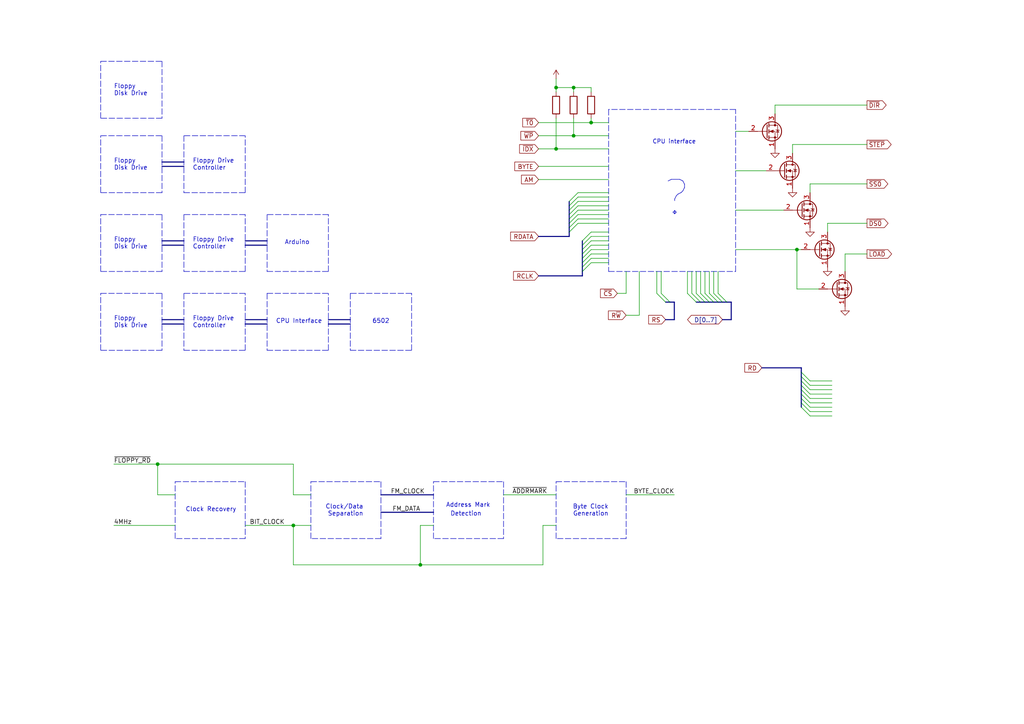
<source format=kicad_sch>
(kicad_sch (version 20211123) (generator eeschema)
  (paper "A4")
  (junction (at 161.29 43.18))
  (junction (at 171.45 35.56))
  (junction (at 85.09 152.4))
  (junction (at 166.37 25.4))
  (junction (at 231.14 72.39))
  (junction (at 45.72 134.62))
  (junction (at 121.92 163.83))
  (junction (at 161.29 25.4))
  (junction (at 166.37 39.37))
  (no_connect (at -125.73 5.08))
  (no_connect (at -146.05 5.08))
  (no_connect (at -105.41 5.08))
  (no_connect (at -64.77 5.08))
  (no_connect (at -85.09 0))
  (bus_entry (at 234.95 118.11) (size -2.54 -2.54))
  (bus_entry (at 168.91 74.93) (size 2.54 -2.54))
  (bus_entry (at 165.1 59.69) (size 2.54 -2.54))
  (bus_entry (at 234.95 110.49) (size -2.54 -2.54))
  (bus_entry (at 165.1 64.77) (size 2.54 -2.54))
  (bus_entry (at 165.1 60.96) (size 2.54 -2.54))
  (bus_entry (at 234.95 119.38) (size -2.54 -2.54))
  (bus_entry (at 234.95 116.84) (size -2.54 -2.54))
  (bus_entry (at 190.5 85.09) (size 2.54 2.54))
  (bus_entry (at 204.47 85.09) (size 2.54 2.54))
  (bus_entry (at 168.91 78.74) (size 2.54 -2.54))
  (bus_entry (at 205.74 85.09) (size 2.54 2.54))
  (bus_entry (at 165.1 63.5) (size 2.54 -2.54))
  (bus_entry (at 165.1 67.31) (size 2.54 -2.54))
  (bus_entry (at 207.01 85.09) (size 2.54 2.54))
  (bus_entry (at 234.95 115.57) (size -2.54 -2.54))
  (bus_entry (at 234.95 120.65) (size -2.54 -2.54))
  (bus_entry (at 208.28 85.09) (size 2.54 2.54))
  (bus_entry (at 199.39 85.09) (size 2.54 2.54))
  (bus_entry (at 168.91 77.47) (size 2.54 -2.54))
  (bus_entry (at 200.66 85.09) (size 2.54 2.54))
  (bus_entry (at 165.1 66.04) (size 2.54 -2.54))
  (bus_entry (at 168.91 69.85) (size 2.54 -2.54))
  (bus_entry (at 165.1 58.42) (size 2.54 -2.54))
  (bus_entry (at 203.2 85.09) (size 2.54 2.54))
  (bus_entry (at 168.91 76.2) (size 2.54 -2.54))
  (bus_entry (at 168.91 73.66) (size 2.54 -2.54))
  (bus_entry (at 168.91 71.12) (size 2.54 -2.54))
  (bus_entry (at 165.1 62.23) (size 2.54 -2.54))
  (bus_entry (at 201.93 85.09) (size 2.54 2.54))
  (bus_entry (at 234.95 111.76) (size -2.54 -2.54))
  (bus_entry (at 234.95 113.03) (size -2.54 -2.54))
  (bus_entry (at 191.77 85.09) (size 2.54 2.54))
  (bus_entry (at 168.91 72.39) (size 2.54 -2.54))
  (bus_entry (at 234.95 114.3) (size -2.54 -2.54))
  (wire (pts (xy 85.09 134.62) (xy 85.09 143.51)))
  (wire (pts (xy -110.49 284.48) (xy -110.49 279.4)))
  (polyline (pts (xy 69.85 -19.05) (xy 69.85 -13.97)))
  (wire (pts (xy -140.97 284.48) (xy -140.97 279.4)))
  (wire (pts (xy 231.14 72.39) (xy 213.36 72.39)))
  (polyline (pts (xy -86.995 116.84) (xy -106.68 116.84)) (stroke (width 0) (type solid)))
  (wire (pts (xy -95.25 284.48) (xy -95.25 279.4)))
  (wire (pts (xy -25.4 284.48) (xy -24.13 284.48)))
  (bus (pts (xy 168.91 78.74) (xy 168.91 80.01)))
  (wire (pts (xy -146.05 13.97) (xy -146.05 8.89)))
  (wire (pts (xy 222.25 49.53) (xy 213.36 49.53)))
  (bus (pts (xy 212.09 87.63) (xy 212.09 92.71)))
  (wire (pts (xy 50.8 152.4) (xy 33.02 152.4)))
  (polyline (pts (xy -99.06 -35.56) (xy -63.5 -35.56)))
  (polyline (pts (xy 85.09 -19.05) (xy 85.09 -13.97)))
  (polyline (pts (xy -173.99 184.785) (xy -173.99 191.135)))
  (polyline (pts (xy -50.8 191.135) (xy -11.43 191.135)) (stroke (width 0) (type solid) (color 128 128 128 1)))
  (polyline (pts (xy 46.99 101.6) (xy 29.21 101.6)))
  (wire (pts (xy 232.41 72.39) (xy 231.14 72.39)))
  (polyline (pts (xy 71.12 78.74) (xy 71.12 62.23)))
  (wire (pts (xy 85.09 152.4) (xy 90.17 152.4)))
  (polyline (pts (xy 95.25 -19.05) (xy 95.25 -13.97)))
  (wire (pts (xy 161.29 152.4) (xy 157.48 152.4)))
  (wire (pts (xy -74.93 279.4) (xy -71.12 279.4)))
  (wire (pts (xy 171.45 34.29) (xy 171.45 35.56)))
  (polyline (pts (xy -106.68 125.095) (xy -86.995 125.095)) (stroke (width 0) (type solid)))
  (wire (pts (xy 201.93 78.74) (xy 201.93 85.09)))
  (wire (pts (xy -148.59 29.21) (xy -148.59 34.29)))
  (polyline (pts (xy 54.61 -19.05) (xy 54.61 -13.97)))
  (bus (pts (xy 165.1 68.58) (xy 156.21 68.58)))
  (wire (pts (xy 241.3 111.76) (xy 234.95 111.76)))
  (polyline (pts (xy -86.995 74.295) (xy -93.345 74.295)) (stroke (width 0) (type solid) (color 0 192 0 1)))
  (wire (pts (xy -93.98 234.95) (xy -93.98 229.87)))
  (polyline (pts (xy -99.06 234.95) (xy -99.06 241.3)))
  (polyline (pts (xy -58.42 74.295) (xy -58.42 87.63)) (stroke (width 0) (type solid) (color 128 128 128 1)))
  (wire (pts (xy 241.3 119.38) (xy 234.95 119.38)))
  (wire (pts (xy 241.3 114.3) (xy 234.95 114.3)))
  (wire (pts (xy 161.29 26.67) (xy 161.29 25.4)))
  (wire (pts (xy -69.85 284.48) (xy -69.85 279.4)))
  (polyline (pts (xy -67.945 107.95) (xy -67.945 121.92)) (stroke (width 0) (type dot) (color 255 0 0 1)))
  (polyline (pts (xy 213.36 78.74) (xy 213.36 31.75)))
  (polyline (pts (xy -75.565 105.41) (xy -75.565 118.11)) (stroke (width 0) (type dot) (color 118 118 118 1)))
  (polyline (pts (xy 46.99 78.74) (xy 29.21 78.74)))
  (bus (pts (xy 208.28 87.63) (xy 209.55 87.63)))
  (polyline (pts (xy -71.12 198.755) (xy -71.12 207.01)) (stroke (width 0) (type solid)))
  (polyline (pts (xy -55.245 187.325) (xy -55.245 200.025)) (stroke (width 0) (type dot) (color 255 0 0 1)))
  (polyline (pts (xy -78.74 234.95) (xy -78.74 248.92)))
  (wire (pts (xy -171.45 279.4) (xy -167.64 279.4)))
  (wire (pts (xy -130.81 279.4) (xy -121.92 279.4)))
  (wire (pts (xy 224.79 30.48) (xy 251.46 30.48)))
  (wire (pts (xy -59.69 279.4) (xy -55.88 279.4)))
  (polyline (pts (xy -62.23 46.99) (xy -62.23 34.29)))
  (wire (pts (xy -161.29 284.48) (xy -161.29 279.4)))
  (wire (pts (xy 181.61 85.09) (xy 179.07 85.09)))
  (polyline (pts (xy 29.21 85.09) (xy 46.99 85.09)))
  (polyline (pts (xy 213.36 31.75) (xy 176.53 31.75)))
  (polyline (pts (xy -107.95 46.99) (xy -107.95 34.29)))
  (wire (pts (xy 156.21 52.07) (xy 176.53 52.07)))
  (polyline (pts (xy -134.62 233.68) (xy -99.06 233.68)))
  (bus (pts (xy 110.49 148.59) (xy 125.73 148.59)))
  (wire (pts (xy -102.87 5.08) (xy -102.87 0)))
  (bus (pts (xy 205.74 87.63) (xy 207.01 87.63)))
  (wire (pts (xy -148.59 5.08) (xy -143.51 5.08)))
  (wire (pts (xy -143.51 34.29) (xy -143.51 29.21)))
  (wire (pts (xy -99.06 -29.21) (xy -99.06 -34.29)))
  (wire (pts (xy -180.34 229.87) (xy -180.34 234.95)))
  (polyline (pts (xy -50.8 102.87) (xy -11.43 102.87)) (stroke (width 0) (type solid) (color 128 128 128 1)))
  (polyline (pts (xy -154.94 233.68) (xy -139.7 233.68)))
  (polyline (pts (xy -66.675 125.095) (xy -66.675 116.84)) (stroke (width 0) (type solid)))
  (polyline (pts (xy 90.17 139.7) (xy 110.49 139.7)))
  (wire (pts (xy -86.36 284.48) (xy -85.09 284.48)))
  (wire (pts (xy -171.45 284.48) (xy -171.45 279.4)))
  (wire (pts (xy -54.61 13.97) (xy -44.45 13.97)))
  (polyline (pts (xy 119.38 85.09) (xy 101.6 85.09)))
  (wire (pts (xy -41.91 29.21) (xy -29.21 29.21)))
  (wire (pts (xy -99.06 241.3) (xy -99.06 246.38)))
  (bus (pts (xy 195.58 92.71) (xy 193.04 92.71)))
  (wire (pts (xy -133.35 46.99) (xy -133.35 52.07)))
  (wire (pts (xy -34.29 13.97) (xy -24.13 13.97)))
  (wire (pts (xy -49.53 284.48) (xy -49.53 279.4)))
  (polyline (pts (xy -109.22 87.63) (xy -173.355 102.87)) (stroke (width 0.0762) (type solid)))
  (polyline (pts (xy 29.21 55.88) (xy 29.21 39.37)))
  (bus (pts (xy 168.91 73.66) (xy 168.91 74.93)))
  (polyline (pts (xy -85.725 187.325) (xy -85.725 200.025)) (stroke (width 0) (type dot) (color 255 0 0 1)))
  (wire (pts (xy -107.95 34.29) (xy -102.87 34.29)))
  (wire (pts (xy -92.71 46.99) (xy -92.71 52.07)))
  (polyline (pts (xy -146.05 8.89) (xy -146.05 5.08)) (stroke (width 0) (type dot) (color 200 0 0 1)))
  (wire (pts (xy -25.4 279.4) (xy -25.4 284.48)))
  (polyline (pts (xy -80.645 105.41) (xy -80.645 118.11)) (stroke (width 0) (type dot) (color 118 118 118 1)))
  (bus (pts (xy 165.1 59.69) (xy 165.1 60.96)))
  (wire (pts (xy -134.62 229.87) (xy -99.06 229.87)))
  (wire (pts (xy 45.72 134.62) (xy 45.72 143.51)))
  (polyline (pts (xy -173.99 109.22) (xy -213.36 109.22)))
  (wire (pts (xy 241.3 116.84) (xy 234.95 116.84)))
  (polyline (pts (xy -86.36 125.095) (xy -66.675 125.095)) (stroke (width 0) (type solid)))
  (polyline (pts (xy 29.21 34.29) (xy 29.21 17.78)))
  (polyline (pts (xy 77.47 101.6) (xy 95.25 101.6)))
  (bus (pts (xy 168.91 74.93) (xy 168.91 76.2)))
  (wire (pts (xy 85.09 163.83) (xy 85.09 152.4)))
  (wire (pts (xy 157.48 152.4) (xy 157.48 163.83)))
  (wire (pts (xy -143.51 5.08) (xy -143.51 0)))
  (polyline (pts (xy -78.105 107.95) (xy -78.105 121.92)) (stroke (width 0) (type dot) (color 255 0 0 1)))
  (wire (pts (xy 204.47 78.74) (xy 204.47 85.09)))
  (polyline (pts (xy -86.995 156.21) (xy -93.345 156.21)) (stroke (width 0) (type solid) (color 0 192 0 1)))
  (wire (pts (xy -104.14 -34.29) (xy -104.14 -29.21)))
  (wire (pts (xy -44.45 13.97) (xy -44.45 8.89)))
  (wire (pts (xy 217.17 38.1) (xy 213.36 38.1)))
  (polyline (pts (xy 29.21 39.37) (xy 46.99 39.37)))
  (bus (pts (xy 101.6 93.98) (xy 95.25 93.98)))
  (wire (pts (xy -180.34 241.3) (xy -180.34 246.38)))
  (wire (pts (xy -135.89 13.97) (xy -125.73 13.97)))
  (wire (pts (xy -62.23 0) (xy -46.99 0)))
  (polyline (pts (xy -102.87 27.94) (xy -67.31 27.94)))
  (wire (pts (xy -154.94 229.87) (xy -139.7 229.87)))
  (bus (pts (xy 77.47 93.98) (xy 71.12 93.98)))
  (polyline (pts (xy -67.31 46.99) (xy -67.31 34.29)))
  (wire (pts (xy -123.19 5.08) (xy -123.19 0)))
  (wire (pts (xy -123.19 34.29) (xy -123.19 29.21)))
  (wire (pts (xy 208.28 78.74) (xy 208.28 85.09)))
  (wire (pts (xy -137.16 279.4) (xy -137.16 284.48)))
  (wire (pts (xy 167.64 59.69) (xy 176.53 59.69)))
  (bus (pts (xy 95.25 92.71) (xy 101.6 92.71)))
  (wire (pts (xy -58.42 -29.21) (xy -58.42 -34.29)))
  (wire (pts (xy -119.38 -29.21) (xy -119.38 -34.29)))
  (wire (pts (xy 229.87 41.91) (xy 251.46 41.91)))
  (wire (pts (xy -54.61 8.89) (xy -54.61 13.97)))
  (polyline (pts (xy -92.71 191.135) (xy -92.71 184.785)) (stroke (width 0) (type solid) (color 192 192 0 1)))
  (polyline (pts (xy -83.185 107.95) (xy -83.185 121.92)) (stroke (width 0) (type dot) (color 255 0 0 1)))
  (polyline (pts (xy -102.87 46.99) (xy -102.87 34.29)))
  (wire (pts (xy -102.87 0) (xy -67.31 0)))
  (polyline (pts (xy -133.35 184.785) (xy -172.72 184.785)) (stroke (width 0) (type solid) (color 192 192 0 1)))
  (wire (pts (xy -39.37 284.48) (xy -39.37 279.4)))
  (polyline (pts (xy -95.885 105.41) (xy -95.885 118.11)) (stroke (width 0) (type dot) (color 255 0 0 1)))
  (polyline (pts (xy 39.37 -13.97) (xy 105.41 -13.97)))
  (wire (pts (xy -121.92 284.48) (xy -120.65 284.48)))
  (wire (pts (xy -123.19 29.21) (xy -107.95 29.21)))
  (polyline (pts (xy -123.19 46.99) (xy -123.19 34.29)))
  (wire (pts (xy -41.91 34.29) (xy -41.91 29.21)))
  (polyline (pts (xy -175.26 233.68) (xy -160.02 233.68)))
  (wire (pts (xy -40.64 279.4) (xy -40.64 284.48)))
  (wire (pts (xy 191.77 78.74) (xy 191.77 85.09)))
  (wire (pts (xy 85.09 163.83) (xy 121.92 163.83)))
  (bus (pts (xy 232.41 109.22) (xy 232.41 110.49)))
  (bus (pts (xy 193.04 87.63) (xy 194.31 87.63)))
  (polyline (pts (xy -52.07 191.135) (xy -91.44 191.135)) (stroke (width 0) (type solid) (color 0 192 0 1)))
  (polyline (pts (xy 50.8 156.21) (xy 50.8 139.7)))
  (polyline (pts (xy -85.09 8.89) (xy -85.09 0)) (stroke (width 0) (type dot) (color 200 0 0 1)))
  (polyline (pts (xy 110.49 156.21) (xy 90.17 156.21)))
  (wire (pts (xy -180.34 246.38) (xy -110.49 246.38)))
  (wire (pts (xy -82.55 46.99) (xy -72.39 46.99)))
  (bus (pts (xy 71.12 92.71) (xy 77.47 92.71)))
  (wire (pts (xy 207.01 78.74) (xy 207.01 85.09)))
  (polyline (pts (xy -180.34 234.95) (xy -180.34 241.3)))
  (bus (pts (xy 194.31 87.63) (xy 195.58 87.63)))
  (wire (pts (xy -127 52.07) (xy -127 46.99)))
  (wire (pts (xy -139.7 229.87) (xy -139.7 234.95)))
  (wire (pts (xy 245.11 78.74) (xy 245.11 73.66)))
  (polyline (pts (xy -71.755 198.755) (xy -91.44 198.755)) (stroke (width 0) (type solid)))
  (polyline (pts (xy 181.61 156.21) (xy 161.29 156.21)))
  (wire (pts (xy -113.03 46.99) (xy -113.03 52.07)))
  (wire (pts (xy -154.94 234.95) (xy -154.94 229.87)))
  (wire (pts (xy -106.68 52.07) (xy -106.68 46.99)))
  (polyline (pts (xy -99.06 246.38) (xy -99.06 248.92)))
  (wire (pts (xy -175.26 234.95) (xy -175.26 229.87)))
  (polyline (pts (xy -116.84 87.63) (xy -94.615 87.63)) (stroke (width 0) (type solid) (color 192 192 0 1)))
  (wire (pts (xy -90.17 284.48) (xy -90.17 279.4)))
  (polyline (pts (xy 95.25 78.74) (xy 95.25 62.23)))
  (polyline (pts (xy -106.045 105.41) (xy -106.045 118.11)) (stroke (width 0) (type dot) (color 255 0 0 1)))
  (polyline (pts (xy -58.42 169.545) (xy -85.725 169.545)) (stroke (width 0) (type solid) (color 128 128 128 1)))
  (wire (pts (xy -30.48 279.4) (xy -30.48 284.48)))
  (wire (pts (xy 231.14 83.82) (xy 231.14 72.39)))
  (wire (pts (xy -139.7 -29.21) (xy -139.7 -34.29)))
  (bus (pts (xy 46.99 71.12) (xy 53.34 71.12)))
  (polyline (pts (xy -86.36 87.63) (xy -51.435 102.87)) (stroke (width 0.0762) (type solid)))
  (polyline (pts (xy 119.38 101.6) (xy 119.38 85.09)))
  (polyline (pts (xy 95.25 101.6) (xy 95.25 85.09)))
  (wire (pts (xy -177.8 284.48) (xy -176.53 284.48)))
  (polyline (pts (xy -173.99 287.02) (xy -173.99 292.1)))
  (wire (pts (xy -128.27 5.08) (xy -123.19 5.08)))
  (wire (pts (xy -107.95 5.08) (xy -102.87 5.08)))
  (bus (pts (xy 168.91 69.85) (xy 168.91 71.12)))
  (wire (pts (xy 45.72 143.51) (xy 50.8 143.51)))
  (wire (pts (xy -71.12 284.48) (xy -69.85 284.48)))
  (bus (pts (xy 232.41 113.03) (xy 232.41 114.3)))
  (polyline (pts (xy -50.8 184.785) (xy -11.43 184.785)) (stroke (width 0) (type solid) (color 128 128 128 1)))
  (polyline (pts (xy 46.99 39.37) (xy 46.99 55.88)))
  (polyline (pts (xy -116.84 169.545) (xy -94.615 169.545)) (stroke (width 0) (type solid) (color 192 192 0 1)))
  (wire (pts (xy -120.65 284.48) (xy -120.65 279.4)))
  (polyline (pts (xy -86.995 156.21) (xy -86.995 169.545)) (stroke (width 0) (type solid) (color 0 192 0 1)))
  (wire (pts (xy -128.27 29.21) (xy -128.27 34.29)))
  (wire (pts (xy 121.92 152.4) (xy 121.92 163.83)))
  (polyline (pts (xy 71.12 139.7) (xy 71.12 156.21)))
  (bus (pts (xy 165.1 62.23) (xy 165.1 63.5)))
  (bus (pts (xy 232.41 116.84) (xy 232.41 118.11)))
  (wire (pts (xy 161.29 43.18) (xy 156.21 43.18)))
  (polyline (pts (xy -86.995 87.63) (xy -93.345 87.63)) (stroke (width 0) (type solid) (color 0 192 0 1)))
  (wire (pts (xy -102.87 34.29) (xy -102.87 29.21)))
  (polyline (pts (xy -65.405 187.325) (xy -65.405 200.025)) (stroke (width 0) (type dot) (color 255 0 0 1)))
  (wire (pts (xy -38.1 -34.29) (xy -25.4 -34.29)))
  (wire (pts (xy -41.91 0) (xy -29.21 0)))
  (wire (pts (xy -58.42 -34.29) (xy -43.18 -34.29)))
  (wire (pts (xy 156.21 39.37) (xy 166.37 39.37)))
  (polyline (pts (xy -86.995 169.545) (xy -93.345 169.545)) (stroke (width 0) (type solid) (color 0 192 0 1)))
  (wire (pts (xy -62.23 29.21) (xy -46.99 29.21)))
  (wire (pts (xy -99.06 -34.29) (xy -63.5 -34.29)))
  (bus (pts (xy 232.41 114.3) (xy 232.41 115.57)))
  (wire (pts (xy -60.96 284.48) (xy -59.69 284.48)))
  (polyline (pts (xy -51.435 207.01) (xy -51.435 198.755)) (stroke (width 0) (type solid)))
  (wire (pts (xy -74.93 13.97) (xy -64.77 13.97)))
  (wire (pts (xy -64.77 8.89) (xy -54.61 8.89)))
  (bus (pts (xy 210.82 87.63) (xy 212.09 87.63)))
  (bus (pts (xy 168.91 80.01) (xy 156.21 80.01)))
  (polyline (pts (xy 46.99 17.78) (xy 46.99 34.29)))
  (wire (pts (xy -63.5 -34.29) (xy -63.5 -29.21)))
  (polyline (pts (xy 80.01 -19.05) (xy 80.01 -13.97)))
  (polyline (pts (xy 71.12 62.23) (xy 53.34 62.23)))
  (polyline (pts (xy -133.35 109.22) (xy -133.35 102.87)) (stroke (width 0) (type solid) (color 192 192 0 1)))
  (wire (pts (xy -95.25 279.4) (xy -91.44 279.4)))
  (wire (pts (xy -67.31 5.08) (xy -62.23 5.08)))
  (wire (pts (xy 234.95 53.34) (xy 251.46 53.34)))
  (wire (pts (xy -154.94 0) (xy -148.59 0)))
  (polyline (pts (xy -148.59 30.48) (xy -143.51 30.48)))
  (wire (pts (xy -128.27 34.29) (xy -123.19 34.29)))
  (bus (pts (xy 165.1 63.5) (xy 165.1 64.77)))
  (wire (pts (xy -62.23 5.08) (xy -62.23 0)))
  (polyline (pts (xy -172.72 184.785) (xy -172.72 191.135)))
  (polyline (pts (xy -116.84 156.21) (xy -94.615 156.21)) (stroke (width 0) (type solid) (color 192 192 0 1)))
  (bus (pts (xy 71.12 69.85) (xy 77.47 69.85)))
  (polyline (pts (xy 95.25 62.23) (xy 77.47 62.23)))
  (wire (pts (xy -172.72 279.4) (xy -172.72 284.48)))
  (polyline (pts (xy -70.485 187.325) (xy -70.485 200.025)) (stroke (width 0) (type dot) (color 118 118 118 1)))
  (wire (pts (xy 190.5 78.74) (xy 190.5 85.09)))
  (polyline (pts (xy -52.07 184.785) (xy -52.07 191.135)) (stroke (width 0) (type solid) (color 0 192 0 1)))
  (wire (pts (xy 245.11 73.66) (xy 251.46 73.66)))
  (wire (pts (xy -99.06 234.95) (xy -93.98 234.95)))
  (wire (pts (xy -151.13 279.4) (xy -142.24 279.4)))
  (wire (pts (xy 241.3 110.49) (xy 234.95 110.49)))
  (wire (pts (xy 167.64 55.88) (xy 176.53 55.88)))
  (wire (pts (xy 167.64 63.5) (xy 176.53 63.5)))
  (wire (pts (xy -73.66 234.95) (xy -73.66 229.87)))
  (polyline (pts (xy -85.725 169.545) (xy -85.725 156.21)) (stroke (width 0) (type solid) (color 128 128 128 1)))
  (wire (pts (xy -52.07 46.99) (xy -52.07 52.07)))
  (wire (pts (xy -74.93 284.48) (xy -74.93 279.4)))
  (wire (pts (xy -124.46 -29.21) (xy -119.38 -29.21)))
  (polyline (pts (xy 49.53 -19.05) (xy 49.53 -13.97)))
  (wire (pts (xy 171.45 67.31) (xy 176.53 67.31)))
  (wire (pts (xy 45.72 134.62) (xy 85.09 134.62)))
  (polyline (pts (xy 53.34 101.6) (xy 71.12 101.6)))
  (wire (pts (xy -78.74 229.87) (xy -78.74 234.95)))
  (wire (pts (xy -99.06 246.38) (xy -60.96 246.38)))
  (polyline (pts (xy 53.34 85.09) (xy 53.34 101.6)))
  (wire (pts (xy -54.61 279.4) (xy -50.8 279.4)))
  (polyline (pts (xy 29.21 101.6) (xy 29.21 85.09)))
  (wire (pts (xy -91.44 279.4) (xy -91.44 284.48)))
  (wire (pts (xy -67.31 0) (xy -67.31 5.08)))
  (polyline (pts (xy -85.725 105.41) (xy -85.725 118.11)) (stroke (width 0) (type dot) (color 255 0 0 1)))
  (polyline (pts (xy -67.945 189.865) (xy -67.945 203.835)) (stroke (width 0) (type dot) (color 255 0 0 1)))
  (polyline (pts (xy 29.21 62.23) (xy 46.99 62.23)))
  (polyline (pts (xy -102.87 -1.27) (xy -67.31 -1.27)))
  (wire (pts (xy -43.18 -29.21) (xy -38.1 -29.21)))
  (wire (pts (xy 241.3 113.03) (xy 234.95 113.03)))
  (wire (pts (xy -176.53 279.4) (xy -172.72 279.4)))
  (polyline (pts (xy -91.44 102.87) (xy -91.44 109.22)) (stroke (width 0) (type solid) (color 0 192 0 1)))
  (wire (pts (xy 166.37 26.67) (xy 166.37 25.4)))
  (wire (pts (xy -113.03 52.07) (xy -106.68 52.07)))
  (polyline (pts (xy 161.29 156.21) (xy 161.29 139.7)))
  (polyline (pts (xy 77.47 85.09) (xy 77.47 101.6)))
  (polyline (pts (xy -139.7 234.95) (xy -139.7 248.92)))
  (wire (pts (xy -66.04 52.07) (xy -66.04 46.99)))
  (wire (pts (xy 146.05 143.51) (xy 161.29 143.51)))
  (wire (pts (xy -135.89 8.89) (xy -135.89 13.97)))
  (wire (pts (xy 203.2 78.74) (xy 203.2 85.09)))
  (wire (pts (xy 205.74 78.74) (xy 205.74 85.09)))
  (wire (pts (xy -121.92 279.4) (xy -121.92 284.48)))
  (wire (pts (xy -162.56 279.4) (xy -162.56 284.48)))
  (polyline (pts (xy 46.99 55.88) (xy 29.21 55.88)))
  (wire (pts (xy 161.29 34.29) (xy 161.29 43.18)))
  (wire (pts (xy 171.45 35.56) (xy 156.21 35.56)))
  (polyline (pts (xy 90.17 156.21) (xy 90.17 139.7)))
  (polyline (pts (xy -123.19 27.94) (xy -107.95 27.94)))
  (wire (pts (xy 85.09 143.51) (xy 90.17 143.51)))
  (wire (pts (xy -85.09 284.48) (xy -85.09 279.4)))
  (polyline (pts (xy -132.08 184.785) (xy -132.08 191.135)) (stroke (width 0) (type solid) (color 192 192 0 1)))
  (polyline (pts (xy -148.59 1.27) (xy -143.51 1.27)))
  (wire (pts (xy 167.64 62.23) (xy 176.53 62.23)))
  (wire (pts (xy -105.41 13.97) (xy -105.41 8.89)))
  (wire (pts (xy -86.36 279.4) (xy -86.36 284.48)))
  (wire (pts (xy 241.3 120.65) (xy 234.95 120.65)))
  (wire (pts (xy -64.77 13.97) (xy -64.77 8.89)))
  (polyline (pts (xy -127 46.99) (xy -127 34.29)) (stroke (width 0) (type dot) (color 200 0 0 1)))
  (polyline (pts (xy -91.44 184.785) (xy -91.44 191.135)) (stroke (width 0) (type solid) (color 0 192 0 1)))
  (wire (pts (xy -120.65 279.4) (xy -111.76 279.4)))
  (polyline (pts (xy -90.805 105.41) (xy -90.805 118.11)) (stroke (width 0) (type dot) (color 255 0 0 1)))
  (polyline (pts (xy -57.785 189.865) (xy -57.785 203.835)) (stroke (width 0) (type dot) (color 255 0 0 1)))
  (wire (pts (xy -125.73 8.89) (xy -115.57 8.89)))
  (wire (pts (xy -46.99 34.29) (xy -41.91 34.29)))
  (wire (pts (xy -101.6 284.48) (xy -100.33 284.48)))
  (wire (pts (xy -180.34 234.95) (xy -175.26 234.95)))
  (polyline (pts (xy 53.34 62.23) (xy 53.34 78.74)))
  (wire (pts (xy -123.19 0) (xy -107.95 0)))
  (polyline (pts (xy -52.07 102.87) (xy -91.44 102.87)) (stroke (width 0) (type solid) (color 0 192 0 1)))
  (wire (pts (xy 121.92 163.83) (xy 157.48 163.83)))
  (polyline (pts (xy -83.185 189.865) (xy -83.185 203.835)) (stroke (width 0) (type dot) (color 192 0 0 1)))
  (polyline (pts (xy -173.99 292.1) (xy -92.71 292.1)))
  (polyline (pts (xy -100.965 105.41) (xy -100.965 118.11)) (stroke (width 0) (type dot) (color 255 0 0 1)))
  (polyline (pts (xy -125.73 8.89) (xy -125.73 5.08)) (stroke (width 0) (type dot) (color 200 0 0 1)))
  (polyline (pts (xy -102.87 43.18) (xy -82.55 43.18)))
  (polyline (pts (xy -52.07 184.785) (xy -91.44 184.785)) (stroke (width 0) (type solid) (color 0 192 0 1)))
  (polyline (pts (xy -52.705 189.865) (xy -52.705 203.835)) (stroke (width 0) (type dot) (color 118 118 118 1)))
  (bus (pts (xy 232.41 106.68) (xy 232.41 107.95)))
  (wire (pts (xy 156.21 48.26) (xy 176.53 48.26)))
  (wire (pts (xy -154.94 52.07) (xy -147.32 52.07)))
  (wire (pts (xy -29.21 279.4) (xy -25.4 279.4)))
  (polyline (pts (xy 46.99 34.29) (xy 29.21 34.29)))
  (wire (pts (xy 167.64 57.15) (xy 176.53 57.15)))
  (polyline (pts (xy -172.72 109.22) (xy -133.35 109.22)) (stroke (width 0) (type solid) (color 192 192 0 1)))
  (polyline (pts (xy -109.22 169.545) (xy -173.355 184.785)) (stroke (width 0.0762) (type solid)))
  (wire (pts (xy 176.53 35.56) (xy 171.45 35.56)))
  (bus (pts (xy 165.1 60.96) (xy 165.1 62.23)))
  (wire (pts (xy 171.45 25.4) (xy 171.45 26.67)))
  (wire (pts (xy -139.7 -34.29) (xy -124.46 -34.29)))
  (polyline (pts (xy 53.34 39.37) (xy 53.34 55.88)))
  (polyline (pts (xy -86.36 169.545) (xy -51.435 184.785)) (stroke (width 0.0762) (type solid)))
  (polyline (pts (xy 71.12 55.88) (xy 71.12 39.37)))
  (wire (pts (xy 185.42 78.74) (xy 185.42 91.44)))
  (polyline (pts (xy 46.99 85.09) (xy 46.99 101.6)))
  (wire (pts (xy -167.64 279.4) (xy -167.64 284.48)))
  (wire (pts (xy -151.13 284.48) (xy -151.13 279.4)))
  (polyline (pts (xy -116.84 74.295) (xy -94.615 74.295)) (stroke (width 0) (type solid) (color 192 192 0 1)))
  (wire (pts (xy -29.21 284.48) (xy -29.21 279.4)))
  (polyline (pts (xy -80.645 187.325) (xy -80.645 200.025)) (stroke (width 0) (type dot) (color 118 118 118 1)))
  (wire (pts (xy -181.61 279.4) (xy -177.8 279.4)))
  (polyline (pts (xy -71.755 207.01) (xy -71.755 198.755)) (stroke (width 0) (type solid)))
  (wire (pts (xy -52.07 52.07) (xy -45.72 52.07)))
  (polyline (pts (xy 101.6 101.6) (xy 119.38 101.6)))
  (polyline (pts (xy -132.08 109.22) (xy -92.71 109.22)) (stroke (width 0) (type solid) (color 192 192 0 1)))
  (polyline (pts (xy 74.93 -19.05) (xy 74.93 -13.97)))
  (bus (pts (xy 168.91 77.47) (xy 168.91 78.74)))
  (wire (pts (xy -186.69 241.3) (xy -180.34 241.3)))
  (wire (pts (xy -76.2 279.4) (xy -76.2 284.48)))
  (polyline (pts (xy 176.53 31.75) (xy 176.53 78.74)))
  (polyline (pts (xy -78.105 87.63) (xy -10.795 102.87)) (stroke (width 0.0762) (type solid)))
  (wire (pts (xy -55.88 279.4) (xy -55.88 284.48)))
  (polyline (pts (xy -78.105 189.865) (xy -78.105 203.835)) (stroke (width 0) (type dot) (color 118 118 118 1)))
  (wire (pts (xy -101.6 279.4) (xy -101.6 284.48)))
  (polyline (pts (xy -92.71 109.22) (xy -92.71 102.87)) (stroke (width 0) (type solid) (color 192 192 0 1)))
  (wire (pts (xy -44.45 8.89) (xy -34.29 8.89)))
  (wire (pts (xy -127 46.99) (xy -113.03 46.99)))
  (wire (pts (xy -143.51 29.21) (xy -128.27 29.21)))
  (wire (pts (xy -147.32 46.99) (xy -133.35 46.99)))
  (wire (pts (xy -50.8 284.48) (xy -49.53 284.48)))
  (wire (pts (xy -90.17 279.4) (xy -86.36 279.4)))
  (wire (pts (xy -147.32 46.99) (xy -147.32 52.07)))
  (wire (pts (xy -107.95 0) (xy -107.95 5.08)))
  (wire (pts (xy -142.24 284.48) (xy -140.97 284.48)))
  (polyline (pts (xy -93.98 169.545) (xy -92.075 184.785)) (stroke (width 0.0762) (type solid)))
  (wire (pts (xy -30.48 284.48) (xy -29.21 284.48)))
  (polyline (pts (xy -180.34 231.14) (xy -175.26 231.14)))
  (wire (pts (xy -91.44 284.48) (xy -90.17 284.48)))
  (wire (pts (xy 185.42 91.44) (xy 181.61 91.44)))
  (wire (pts (xy -31.75 46.99) (xy -31.75 52.07)))
  (wire (pts (xy -146.05 13.97) (xy -154.94 13.97)))
  (polyline (pts (xy 105.41 -13.97) (xy 105.41 -19.05)))
  (wire (pts (xy 171.45 68.58) (xy 176.53 68.58)))
  (wire (pts (xy -176.53 284.48) (xy -176.53 279.4)))
  (polyline (pts (xy -172.72 102.87) (xy -172.72 109.22)))
  (polyline (pts (xy -52.07 102.87) (xy -52.07 109.22)) (stroke (width 0) (type solid) (color 0 192 0 1)))
  (wire (pts (xy -82.55 52.07) (xy -92.71 52.07)))
  (polyline (pts (xy -103.505 107.95) (xy -103.505 121.92)) (stroke (width 0) (type dot) (color 118 118 118 1)))
  (polyline (pts (xy -66.675 116.84) (xy -86.36 116.84)) (stroke (width 0) (type solid)))
  (polyline (pts (xy 64.77 -19.05) (xy 64.77 -13.97)))
  (wire (pts (xy 199.39 78.74) (xy 199.39 85.09)))
  (polyline (pts (xy 71.12 101.6) (xy 71.12 85.09)))
  (wire (pts (xy -148.59 0) (xy -148.59 5.08)))
  (polyline (pts (xy -106.68 46.99) (xy -106.68 34.29)) (stroke (width 0) (type dot) (color 200 0 0 1)))
  (wire (pts (xy 171.45 73.66) (xy 176.53 73.66)))
  (polyline (pts (xy -209.55 102.87) (xy -173.99 102.87)))
  (wire (pts (xy -81.28 279.4) (xy -81.28 284.48)))
  (bus (pts (xy 232.41 107.95) (xy 232.41 109.22)))
  (wire (pts (xy -148.59 34.29) (xy -143.51 34.29)))
  (wire (pts (xy 176.53 43.18) (xy 161.29 43.18)))
  (wire (pts (xy -110.49 279.4) (xy -101.6 279.4)))
  (polyline (pts (xy -70.485 105.41) (xy -70.485 118.11)) (stroke (width 0) (type dot) (color 118 118 118 1)))
  (wire (pts (xy -134.62 234.95) (xy -134.62 229.87)))
  (wire (pts (xy 171.45 76.2) (xy 176.53 76.2)))
  (wire (pts (xy -115.57 8.89) (xy -115.57 13.97)))
  (polyline (pts (xy 71.12 156.21) (xy 50.8 156.21)))
  (wire (pts (xy -71.12 279.4) (xy -71.12 284.48)))
  (bus (pts (xy 165.1 58.42) (xy 165.1 59.69)))
  (polyline (pts (xy 125.73 139.7) (xy 146.05 139.7)))
  (wire (pts (xy 166.37 34.29) (xy 166.37 39.37)))
  (polyline (pts (xy 125.73 156.21) (xy 125.73 139.7)))
  (wire (pts (xy -54.61 284.48) (xy -54.61 279.4)))
  (wire (pts (xy -143.51 0) (xy -128.27 0)))
  (wire (pts (xy -82.55 46.99) (xy -82.55 52.07)))
  (polyline (pts (xy 77.47 85.09) (xy 95.25 85.09)))
  (wire (pts (xy -43.18 -34.29) (xy -43.18 -29.21)))
  (wire (pts (xy 240.03 64.77) (xy 251.46 64.77)))
  (wire (pts (xy 200.66 78.74) (xy 200.66 85.09)))
  (polyline (pts (xy -58.42 87.63) (xy -85.725 87.63)) (stroke (width 0) (type solid) (color 128 128 128 1)))
  (wire (pts (xy -63.5 -29.21) (xy -58.42 -29.21)))
  (polyline (pts (xy -66.04 46.99) (xy -66.04 34.29)) (stroke (width 0) (type dot) (color 200 0 0 1)))
  (wire (pts (xy -152.4 284.48) (xy -151.13 284.48)))
  (polyline (pts (xy -90.805 187.325) (xy -90.805 200.025)) (stroke (width 0) (type dot) (color 255 0 0 1)))
  (wire (pts (xy -39.37 279.4) (xy -30.48 279.4)))
  (wire (pts (xy -55.88 284.48) (xy -54.61 284.48)))
  (wire (pts (xy -85.09 13.97) (xy -85.09 8.89)))
  (wire (pts (xy -182.88 284.48) (xy -181.61 284.48)))
  (wire (pts (xy -160.02 229.87) (xy -160.02 234.95)))
  (wire (pts (xy -76.2 284.48) (xy -74.93 284.48)))
  (polyline (pts (xy -58.42 156.21) (xy -58.42 169.545)) (stroke (width 0) (type solid) (color 128 128 128 1)))
  (bus (pts (xy 201.93 87.63) (xy 203.2 87.63)))
  (wire (pts (xy -161.29 279.4) (xy -152.4 279.4)))
  (polyline (pts (xy 101.6 85.09) (xy 101.6 101.6)))
  (polyline (pts (xy 53.34 78.74) (xy 71.12 78.74)))
  (polyline (pts (xy -73.025 107.95) (xy -73.025 121.92)) (stroke (width 0) (type dot) (color 255 0 0 1)))
  (wire (pts (xy -46.99 29.21) (xy -46.99 34.29)))
  (wire (pts (xy -106.68 46.99) (xy -92.71 46.99)))
  (bus (pts (xy 53.34 46.99) (xy 46.99 46.99)))
  (wire (pts (xy -105.41 8.89) (xy -95.25 8.89)))
  (wire (pts (xy -46.99 0) (xy -46.99 5.08)))
  (polyline (pts (xy -86.995 74.295) (xy -86.995 87.63)) (stroke (width 0) (type solid) (color 0 192 0 1)))
  (bus (pts (xy 232.41 111.76) (xy 232.41 113.03)))
  (wire (pts (xy -115.57 13.97) (xy -105.41 13.97)))
  (wire (pts (xy 171.45 72.39) (xy 176.53 72.39)))
  (polyline (pts (xy -143.51 46.99) (xy -143.51 34.29)))
  (polyline (pts (xy -50.8 109.22) (xy -11.43 109.22)) (stroke (width 0) (type solid) (color 128 128 128 1)))
  (bus (pts (xy 232.41 115.57) (xy 232.41 116.84)))
  (polyline (pts (xy -64.77 8.89) (xy -64.77 5.08)) (stroke (width 0) (type dot) (color 200 0 0 1)))
  (wire (pts (xy -95.25 8.89) (xy -95.25 13.97)))
  (wire (pts (xy -135.89 279.4) (xy -132.08 279.4)))
  (wire (pts (xy -80.01 279.4) (xy -76.2 279.4)))
  (polyline (pts (xy -143.51 -1.27) (xy -128.27 -1.27)))
  (polyline (pts (xy -119.38 -35.56) (xy -104.14 -35.56)))
  (polyline (pts (xy -132.08 191.135) (xy -92.71 191.135)) (stroke (width 0) (type solid) (color 192 192 0 1)))
  (polyline (pts (xy -128.27 46.99) (xy -128.27 34.29)))
  (wire (pts (xy -73.66 229.87) (xy -60.96 229.87)))
  (polyline (pts (xy 146.05 156.21) (xy 125.73 156.21)))
  (bus (pts (xy 195.58 87.63) (xy 195.58 92.71)))
  (polyline (pts (xy 181.61 139.7) (xy 181.61 156.21)))
  (bus (pts (xy 232.41 110.49) (xy 232.41 111.76)))
  (wire (pts (xy -110.49 241.3) (xy -99.06 241.3)))
  (wire (pts (xy -50.8 279.4) (xy -50.8 284.48)))
  (wire (pts (xy -167.64 284.48) (xy -166.37 284.48)))
  (wire (pts (xy 161.29 25.4) (xy 166.37 25.4)))
  (polyline (pts (xy -62.865 189.865) (xy -62.865 203.835)) (stroke (width 0) (type dot) (color 255 0 0 1)))
  (polyline (pts (xy -85.725 87.63) (xy -85.725 74.295)) (stroke (width 0) (type solid) (color 128 128 128 1)))
  (polyline (pts (xy -45.72 46.99) (xy -45.72 34.29)) (stroke (width 0) (type dot) (color 200 0 0 1)))
  (polyline (pts (xy -160.02 234.95) (xy -160.02 248.92)))
  (wire (pts (xy 171.45 71.12) (xy 176.53 71.12)))
  (polyline (pts (xy -50.8 102.87) (xy -50.8 109.22)) (stroke (width 0) (type solid) (color 128 128 128 1)))
  (polyline (pts (xy -82.55 46.99) (xy -82.55 29.21)) (stroke (width 0) (type dot) (color 200 0 0 1)))
  (bus (pts (xy 165.1 64.77) (xy 165.1 66.04)))
  (wire (pts (xy -133.35 52.07) (xy -127 52.07)))
  (wire (pts (xy 241.3 115.57) (xy 234.95 115.57)))
  (bus (pts (xy 203.2 87.63) (xy 204.47 87.63)))
  (wire (pts (xy -93.98 229.87) (xy -78.74 229.87)))
  (polyline (pts (xy -209.55 184.785) (xy -173.99 184.785)))
  (wire (pts (xy -74.93 8.89) (xy -74.93 13.97)))
  (wire (pts (xy -137.16 284.48) (xy -135.89 284.48)))
  (wire (pts (xy -85.09 8.89) (xy -74.93 8.89)))
  (wire (pts (xy -41.91 5.08) (xy -41.91 0)))
  (polyline (pts (xy -52.07 109.22) (xy -91.44 109.22)) (stroke (width 0) (type solid) (color 0 192 0 1)))
  (polyline (pts (xy -92.71 292.1) (xy -92.71 287.02)))
  (wire (pts (xy -59.69 284.48) (xy -59.69 279.4)))
  (polyline (pts (xy 90.17 -19.05) (xy 90.17 -13.97)))
  (wire (pts (xy -100.33 279.4) (xy -96.52 279.4)))
  (polyline (pts (xy 46.99 62.23) (xy 46.99 78.74)))
  (polyline (pts (xy -132.715 184.785) (xy -101.6 169.545)) (stroke (width 0.0762) (type solid)))
  (bus (pts (xy 168.91 72.39) (xy 168.91 73.66)))
  (wire (pts (xy -111.76 284.48) (xy -110.49 284.48)))
  (wire (pts (xy -124.46 -34.29) (xy -124.46 -29.21)))
  (bus (pts (xy 53.34 69.85) (xy 46.99 69.85)))
  (polyline (pts (xy -93.345 74.295) (xy -93.345 87.63)) (stroke (width 0) (type solid) (color 0 192 0 1)))
  (bus (pts (xy 168.91 71.12) (xy 168.91 72.39)))
  (wire (pts (xy 71.12 152.4) (xy 85.09 152.4)))
  (polyline (pts (xy -71.12 207.01) (xy -51.435 207.01)) (stroke (width 0) (type solid)))
  (polyline (pts (xy 39.37 -13.97) (xy 39.37 -19.05)))
  (wire (pts (xy -107.95 29.21) (xy -107.95 34.29)))
  (wire (pts (xy -125.73 13.97) (xy -125.73 8.89)))
  (polyline (pts (xy -147.32 46.99) (xy -147.32 34.29)) (stroke (width 0) (type dot) (color 200 0 0 1)))
  (polyline (pts (xy 77.47 78.74) (xy 95.25 78.74)))
  (polyline (pts (xy -41.91 46.99) (xy -41.91 34.29)))
  (wire (pts (xy 167.64 60.96) (xy 176.53 60.96)))
  (polyline (pts (xy -91.44 207.01) (xy -71.755 207.01)) (stroke (width 0) (type solid)))
  (polyline (pts (xy -75.565 187.325) (xy -75.565 200.025)) (stroke (width 0) (type dot) (color 118 118 118 1)))
  (wire (pts (xy -81.28 284.48) (xy -80.01 284.48)))
  (wire (pts (xy 45.72 134.62) (xy 33.02 134.62)))
  (polyline (pts (xy -173.99 102.87) (xy -173.99 109.22)))
  (polyline (pts (xy -88.265 189.865) (xy -88.265 203.835)) (stroke (width 0) (type dot) (color 192 0 0 1)))
  (wire (pts (xy -60.96 279.4) (xy -60.96 284.48)))
  (wire (pts (xy -62.23 34.29) (xy -62.23 29.21)))
  (wire (pts (xy -181.61 284.48) (xy -181.61 279.4)))
  (wire (pts (xy -72.39 52.07) (xy -66.04 52.07)))
  (wire (pts (xy -45.72 46.99) (xy -31.75 46.99)))
  (wire (pts (xy -102.87 29.21) (xy -67.31 29.21)))
  (polyline (pts (xy -94.615 156.21) (xy -94.615 169.545)) (stroke (width 0) (type solid) (color 192 192 0 1)))
  (bus (pts (xy 77.47 71.12) (xy 71.12 71.12)))
  (wire (pts (xy -46.99 5.08) (xy -41.91 5.08)))
  (wire (pts (xy -135.89 284.48) (xy -135.89 279.4)))
  (polyline (pts (xy 146.05 139.7) (xy 146.05 156.21)))
  (wire (pts (xy -45.72 52.07) (xy -45.72 46.99)))
  (polyline (pts (xy -133.35 191.135) (xy -133.35 184.785)) (stroke (width 0) (type solid) (color 192 192 0 1)))
  (bus (pts (xy 46.99 93.98) (xy 53.34 93.98)))
  (wire (pts (xy -139.7 234.95) (xy -134.62 234.95)))
  (wire (pts (xy -100.33 284.48) (xy -100.33 279.4)))
  (wire (pts (xy 224.79 33.02) (xy 224.79 30.48)))
  (wire (pts (xy -186.69 229.87) (xy -180.34 229.87)))
  (polyline (pts (xy -105.41 8.89) (xy -105.41 5.08)) (stroke (width 0) (type dot) (color 200 0 0 1)))
  (wire (pts (xy -162.56 284.48) (xy -161.29 284.48)))
  (wire (pts (xy -186.69 279.4) (xy -182.88 279.4)))
  (polyline (pts (xy 29.21 78.74) (xy 29.21 62.23)))
  (wire (pts (xy -95.25 13.97) (xy -85.09 13.97)))
  (bus (pts (xy 165.1 66.04) (xy 165.1 67.31)))
  (wire (pts (xy 166.37 25.4) (xy 171.45 25.4)))
  (wire (pts (xy -160.02 234.95) (xy -154.94 234.95)))
  (polyline (pts (xy -93.98 87.63) (xy -92.075 102.87)) (stroke (width 0.0762) (type solid)))
  (wire (pts (xy -128.27 0) (xy -128.27 5.08)))
  (polyline (pts (xy -123.19 -1.27) (xy -107.95 -1.27)))
  (polyline (pts (xy -173.99 191.135) (xy -213.36 191.135)))
  (polyline (pts (xy -60.325 187.325) (xy -60.325 200.025)) (stroke (width 0) (type dot) (color 255 0 0 1)))
  (wire (pts (xy -144.78 -29.21) (xy -139.7 -29.21)))
  (wire (pts (xy -172.72 284.48) (xy -171.45 284.48)))
  (polyline (pts (xy 100.33 -19.05) (xy 100.33 -17.78)))
  (wire (pts (xy -31.75 52.07) (xy -25.4 52.07)))
  (wire (pts (xy -72.39 46.99) (xy -72.39 52.07)))
  (polyline (pts (xy -143.51 27.94) (xy -128.27 27.94)))
  (bus (pts (xy 165.1 67.31) (xy 165.1 68.58)))
  (wire (pts (xy 181.61 143.51) (xy 195.58 143.51)))
  (wire (pts (xy -38.1 -29.21) (xy -38.1 -34.29)))
  (bus (pts (xy 204.47 87.63) (xy 205.74 87.63)))
  (polyline (pts (xy 39.37 -19.05) (xy 105.41 -19.05)))
  (wire (pts (xy 229.87 44.45) (xy 229.87 41.91)))
  (wire (pts (xy -166.37 284.48) (xy -166.37 279.4)))
  (polyline (pts (xy -94.615 74.295) (xy -94.615 87.63)) (stroke (width 0) (type solid) (color 192 192 0 1)))
  (wire (pts (xy -96.52 279.4) (xy -96.52 284.48)))
  (wire (pts (xy -85.09 279.4) (xy -81.28 279.4)))
  (bus (pts (xy 232.41 106.68) (xy 220.98 106.68)))
  (wire (pts (xy -69.85 279.4) (xy -60.96 279.4)))
  (polyline (pts (xy -86.36 116.84) (xy -86.36 125.095)) (stroke (width 0) (type solid)))
  (bus (pts (xy 46.99 48.26) (xy 53.34 48.26)))
  (wire (pts (xy 166.37 39.37) (xy 176.53 39.37)))
  (polyline (pts (xy -116.84 74.295) (xy -116.84 87.63)) (stroke (width 0) (type solid) (color 192 192 0 1)))
  (wire (pts (xy -99.06 229.87) (xy -99.06 234.95)))
  (wire (pts (xy -110.49 246.38) (xy -110.49 241.3)))
  (wire (pts (xy 167.64 64.77) (xy 176.53 64.77)))
  (wire (pts (xy -140.97 279.4) (xy -137.16 279.4)))
  (wire (pts (xy -146.05 8.89) (xy -135.89 8.89)))
  (polyline (pts (xy -92.71 102.87) (xy -132.08 102.87)) (stroke (width 0) (type solid) (color 192 192 0 1)))
  (wire (pts (xy -152.4 279.4) (xy -152.4 284.48)))
  (polyline (pts (xy -139.7 -35.56) (xy -124.46 -35.56)))
  (polyline (pts (xy -116.84 156.21) (xy -116.84 169.545)) (stroke (width 0) (type solid) (color 192 192 0 1)))
  (wire (pts (xy 237.49 83.82) (xy 231.14 83.82)))
  (polyline (pts (xy 77.47 62.23) (xy 77.47 78.74)))
  (wire (pts (xy -104.14 -29.21) (xy -99.06 -29.21)))
  (polyline (pts (xy 53.34 55.88) (xy 71.12 55.88)))
  (polyline (pts (xy -132.08 102.87) (xy -132.08 109.22)) (stroke (width 0) (type solid) (color 192 192 0 1)))
  (polyline (pts (xy 29.21 17.78) (xy 46.99 17.78)))
  (wire (pts (xy 171.45 69.85) (xy 176.53 69.85)))
  (wire (pts (xy -142.24 279.4) (xy -142.24 284.48)))
  (wire (pts (xy 227.33 60.96) (xy 213.36 60.96)))
  (polyline (pts (xy -51.435 198.755) (xy -71.12 198.755)) (stroke (width 0) (type solid)))
  (polyline (pts (xy -93.345 107.95) (xy -93.345 121.92)) (stroke (width 0) (type dot) (color 118 118 118 1)))
  (wire (pts (xy -67.31 34.29) (xy -62.23 34.29)))
  (bus (pts (xy 212.09 92.71) (xy 209.55 92.71)))
  (polyline (pts (xy -148.59 46.99) (xy -148.59 34.29)))
  (polyline (pts (xy 110.49 139.7) (xy 110.49 156.21)))
  (polyline (pts (xy -85.725 74.295) (xy -58.42 74.295)) (stroke (width 0) (type solid) (color 128 128 128 1)))
  (wire (pts (xy -132.08 279.4) (xy -132.08 284.48)))
  (wire (pts (xy 181.61 78.74) (xy 181.61 85.09)))
  (wire (pts (xy -80.01 284.48) (xy -80.01 279.4)))
  (polyline (pts (xy -46.99 46.99) (xy -46.99 34.29)))
  (polyline (pts (xy -106.68 116.84) (xy -106.68 125.095)) (stroke (width 0) (type solid)))
  (wire (pts (xy -166.37 279.4) (xy -162.56 279.4)))
  (wire (pts (xy 167.64 58.42) (xy 176.53 58.42)))
  (bus (pts (xy 209.55 87.63) (xy 210.82 87.63)))
  (polyline (pts (xy 50.8 139.7) (xy 71.12 139.7)))
  (bus (pts (xy 168.91 76.2) (xy 168.91 77.47)))
  (polyline (pts (xy -73.025 189.865) (xy -73.025 203.835)) (stroke (width 0) (type dot) (color 255 0 0 1)))
  (polyline (pts (xy -78.105 169.545) (xy -10.795 184.785)) (stroke (width 0.0762) (type solid)))
  (polyline (pts (xy -93.345 156.21) (xy -93.345 169.545)) (stroke (width 0) (type solid) (color 0 192 0 1)))
  (polyline (pts (xy 71.12 39.37) (xy 53.34 39.37)))
  (wire (pts (xy -182.88 279.4) (xy -182.88 284.48)))
  (wire (pts (xy -119.38 -34.29) (xy -104.14 -34.29)))
  (polyline (pts (xy -92.71 184.785) (xy -132.08 184.785)) (stroke (width 0) (type solid) (color 192 192 0 1)))
  (polyline (pts (xy -91.44 198.755) (xy -91.44 207.01)) (stroke (width 0) (type solid)))
  (wire (pts (xy 171.45 74.93) (xy 176.53 74.93)))
  (bus (pts (xy 53.34 92.71) (xy 46.99 92.71)))
  (wire (pts (xy -40.64 284.48) (xy -39.37 284.48)))
  (wire (pts (xy 240.03 67.31) (xy 240.03 64.77)))
  (wire (pts (xy -34.29 8.89) (xy -34.29 13.97)))
  (polyline (pts (xy -98.425 107.95) (xy -98.425 121.92)) (stroke (width 0) (type dot) (color 118 118 118 1)))
  (polyline (pts (xy -50.8 184.785) (xy -50.8 191.135)) (stroke (width 0) (type solid) (color 128 128 128 1)))
  (wire (pts (xy 234.95 55.88) (xy 234.95 53.34)))
  (polyline (pts (xy 161.29 139.7) (xy 181.61 139.7)))
  (polyline (pts (xy -132.715 102.87) (xy -101.6 87.63)) (stroke (width 0.0762) (type solid)))
  (bus (pts (xy 110.49 143.51) (xy 125.73 143.51)))
  (wire (pts (xy -175.26 229.87) (xy -160.02 229.87)))
  (wire (pts (xy -96.52 284.48) (xy -95.25 284.48)))
  (wire (pts (xy 241.3 118.11) (xy 234.95 118.11)))
  (bus (pts (xy 207.01 87.63) (xy 208.28 87.63)))
  (wire (pts (xy -144.78 -34.29) (xy -144.78 -29.21)))
  (wire (pts (xy -66.04 46.99) (xy -52.07 46.99)))
  (wire (pts (xy -130.81 284.48) (xy -130.81 279.4)))
  (wire (pts (xy 161.29 22.86) (xy 161.29 25.4)))
  (wire (pts (xy -49.53 279.4) (xy -40.64 279.4)))
  (wire (pts (xy -111.76 279.4) (xy -111.76 284.48)))
  (polyline (pts (xy 44.45 -19.05) (xy 44.45 -13.97)))
  (wire (pts (xy -78.74 234.95) (xy -73.66 234.95)))
  (polyline (pts (xy 176.53 78.74) (xy 213.36 78.74)))
  (polyline (pts (xy 59.69 -19.05) (xy 59.69 -13.97)))
  (polyline (pts (xy -133.35 102.87) (xy -172.72 102.87)) (stroke (width 0) (type solid) (color 192 192 0 1)))
  (wire (pts (xy -151.13 -34.29) (xy -144.78 -34.29)))
  (wire (pts (xy -177.8 279.4) (xy -177.8 284.48)))
  (polyline (pts (xy 71.12 85.09) (xy 53.34 85.09)))
  (polyline (pts (xy -88.265 107.95) (xy -88.265 121.92)) (stroke (width 0) (type dot) (color 255 0 0 1)))
  (wire (pts (xy -24.13 284.48) (xy -24.13 279.4)))
  (polyline (pts (xy -86.995 125.095) (xy -86.995 116.84)) (stroke (width 0) (type solid)))
  (wire (pts (xy -67.31 29.21) (xy -67.31 34.29)))
  (polyline (pts (xy -85.725 156.21) (xy -58.42 156.21)) (stroke (width 0) (type solid) (color 128 128 128 1)))
  (wire (pts (xy -154.94 29.21) (xy -148.59 29.21)))
  (wire (pts (xy -132.08 284.48) (xy -130.81 284.48)))
  (polyline (pts (xy 100.33 -13.97) (xy 100.33 -15.24)))
  (polyline (pts (xy -172.72 191.135) (xy -133.35 191.135)) (stroke (width 0) (type solid) (color 192 192 0 1)))
  (polyline (pts (xy -144.78 -33.02) (xy -139.7 -33.02)))
  (wire (pts (xy 125.73 152.4) (xy 121.92 152.4)))
  (text "reset" (at -99.06 241.3 90) (effects (font (size 0.7874 0.7874)) (justify left bottom)))
  (text "trk" (at 76.2 -15.24 0) (effects (font (size 1.27 1.27)) (justify left bottom)))
  (text "00" (at -111.76 168.275 180) (effects (font (size 1.27 1.27)) (justify right bottom)))
  (text "C6" (at -84.455 202.565 90) (effects (font (size 1.27 1.27)) (justify left bottom)))
  (text "3" (at -48.26 52.07 0) (effects (font (size 0.7874 0.7874)) (justify left bottom)))
  (text "1" (at -181.61 105.41 180) (effects (font (size 1.27 1.27)) (justify right bottom)))
  (text "..." (at -60.96 86.36 180) (effects (font (size 1.27 1.27)) (justify right bottom)))
  (text "1" (at -191.77 105.41 180) (effects (font (size 1.27 1.27)) (justify right bottom)))
  (text "FF" (at -96.52 164.465 180) (effects (font (size 1.27 1.27)) (justify right bottom)))
  (text "3" (at -144.78 246.38 0) (effects (font (size 1.27 1.27)) (justify left bottom)))
  (text "?" (at -36.83 107.95 180) (effects (font (size 1.27 1.27)) (justify right bottom)))
  (text "E" (at -95.25 46.99 0) (effects (font (size 0.7874 0.7874)) (justify left bottom)))
  (text "0" (at -179.07 189.865 180) (effects (font (size 1.27 1.27)) (justify right bottom)))
  (text "1" (at -13.97 105.41 180) (effects (font (size 1.27 1.27)) (justify right bottom)))
  (text "FE" (at 71.12 -15.24 0) (effects (font (size 1.27 1.27)) (justify left bottom)))
  (text "C1" (at -109.22 289.56 180) (effects (font (size 1.27 1.27)) (justify right bottom)))
  (text "E" (at -115.57 46.99 0) (effects (font (size 0.7874 0.7874)) (justify left bottom)))
  (text "2" (at -110.49 52.07 0) (effects (font (size 0.7874 0.7874)) (justify left bottom)))
  (text "7us" (at -86.36 -1.27 0) (effects (font (size 1.27 1.27)) (justify left bottom)))
  (text "1" (at -151.13 105.41 180) (effects (font (size 1.27 1.27)) (justify right bottom)))
  (text "0" (at -153.67 189.865 180) (effects (font (size 1.27 1.27)) (justify right bottom)))
  (text "1" (at -96.52 275.59 0) (effects (font (size 1.1938 1.1938)) (justify left bottom)))
  (text "00" (at 66.04 -15.24 0) (effects (font (size 1.27 1.27)) (justify left bottom)))
  (text "8" (at -124.46 46.99 0) (effects (font (size 0.7874 0.7874)) (justify left bottom)))
  (text "1" (at -90.17 105.41 180) (effects (font (size 1.27 1.27)) (justify right bottom)))
  (text "reset" (at -139.7 241.3 90) (effects (font (size 0.7874 0.7874)) (justify left bottom)))
  (text "8" (at -43.18 46.99 0) (effects (font (size 0.7874 0.7874)) (justify left bottom)))
  (text "C3" (at -84.455 120.65 90) (effects (font (size 1.27 1.27)) (justify left bottom)))
  (text "FF" (at -73.66 164.465 180) (effects (font (size 1.27 1.27)) (justify right bottom)))
  (text "FM clock" (at -187.96 271.78 180) (effects (font (size 1.1938 1.1938)) (justify right bottom)))
  (text "1us" (at -147.32 30.48 0) (effects (font (size 1.27 1.27)) (justify left bottom)))
  (text "1" (at -177.8 275.59 0) (effects (font (size 1.1938 1.1938)) (justify left bottom)))
  (text "3" (at -88.9 52.07 0) (effects (font (size 0.7874 0.7874)) (justify left bottom)))
  (text "end reset" (at -123.19 35.56 270) (effects (font (size 0.7874 0.7874)) (justify right bottom)))
  (text "C3" (at -69.215 202.565 90) (effects (font (size 1.27 1.27)) (justify left bottom)))
  (text "0" (at -69.85 187.325 180) (effects (font (size 1.27 1.27)) (justify right bottom)))
  (text "0" (at -52.07 107.95 180) (effects (font (size 1.27 1.27)) (justify right bottom)))
  (text "1" (at -64.77 105.41 180) (effects (font (size 1.27 1.27)) (justify right bottom)))
  (text "0" (at -107.95 107.95 180) (effects (font (size 1.27 1.27)) (justify right bottom)))
  (text "1" (at -176.53 105.41 180) (effects (font (size 1.27 1.27)) (justify right bottom)))
  (text "C1" (at -59.055 202.565 90) (effects (font (size 1.27 1.27)) (justify left bottom)))
  (text "1" (at -166.37 187.325 180) (effects (font (size 1.27 1.27)) (justify right bottom)))
  (text "8" (at -44.45 46.99 0) (effects (font (size 0.7874 0.7874)) (justify left bottom)))
  (text "1" (at -140.97 105.41 180) (effects (font (size 1.27 1.27)) (justify right bottom)))
  (text "1" (at -154.94 246.38 0) (effects (font (size 1.27 1.27)) (justify left bottom)))
  (text "end reset" (at -41.91 35.56 270) (effects (font (size 0.7874 0.7874)) (justify right bottom)))
  (text "1" (at -142.24 271.78 0) (effects (font (size 1.1938 1.1938)) (justify left bottom)))
  (text "1" (at -67.31 107.95 180) (effects (font (size 1.27 1.27)) (justify right bottom)))
  (text "address mark (C7/FE)" (at -60.96 183.515 180) (effects (font (size 1.27 1.27)) (justify right bottom)))
  (text "2" (at -129.54 246.38 0) (effects (font (size 1.27 1.27)) (justify left bottom)))
  (text "1" (at -59.69 187.325 180) (effects (font (size 1.27 1.27)) (justify right bottom)))
  (text "0" (at -99.06 246.38 0) (effects (font (size 1.27 1.27)) (justify left bottom)))
  (text "?" (at 191.77 63.5 0) (effects (font (size 10.0076 10.0076)) (justify left bottom)))
  (text "Floppy\nDisk Drive" (at 33.02 72.39 0) (effects (font (size 1.27 1.27)) (justify left bottom)))
  (text "1" (at -161.29 187.325 180) (effects (font (size 1.27 1.27)) (justify right bottom)))
  (text "C6" (at -99.695 120.65 90) (effects (font (size 1.27 1.27)) (justify left bottom)))
  (text "1" (at -44.45 187.325 180) (effects (font (size 1.27 1.27)) (justify right bottom)))
  (text "2" (at -69.85 52.07 0) (effects (font (size 0.7874 0.7874)) (justify left bottom)))
  (text "FF" (at -111.76 82.55 180) (effects (font (size 1.27 1.27)) (justify right bottom)))
  (text "4" (at -67.31 52.07 0) (effects (font (size 0.7874 0.7874)) (justify left bottom)))
  (text "1" (at -62.23 189.865 180) (effects (font (size 1.27 1.27)) (justify right bottom)))
  (text "1" (at -100.33 105.41 180) (effects (font (size 1.27 1.27)) (justify right bottom)))
  (text "0" (at -72.39 52.07 0) (effects (font (size 0.7874 0.7874)) (justify left bottom)))
  (text "1" (at -87.63 107.95 180) (effects (font (size 1.27 1.27)) (justify right bottom)))
  (text "A" (at -120.65 46.99 0) (effects (font (size 0.7874 0.7874)) (justify left bottom)))
  (text "CPU Interface" (at 80.01 93.98 0) (effects (font (size 1.27 1.27)) (justify left bottom)))
  (text "1" (at -156.21 105.41 180) (effects (font (size 1.27 1.27)) (justify right bottom)))
  (text "??" (at -73.66 168.275 180) (effects (font (size 1.27 1.27)) (justify right bottom)))
  (text "0" (at -128.27 107.95 180) (effects (font (size 1.27 1.27)) (justify right bottom)))
  (text "4us" (at -95.25 43.18 0) (effects (font (size 1.27 1.27)) (justify left bottom)))
  (text "1" (at -25.4 275.59 0) (effects (font (size 1.1938 1.1938)) (justify left bottom)))
  (text "1" (at -111.76 271.78 0) (effects (font (size 1.1938 1.1938)) (justify left bottom)))
  (text "0" (at -69.85 105.41 180) (effects (font (size 1.27 1.27)) (justify right bottom)))
  (text "7us" (at -82.55 -35.56 0) (effects (font (size 1.27 1.27)) (justify left bottom)))
  (text "0" (at -92.71 107.95 180) (effects (font (size 1.27 1.27)) (justify right bottom)))
  (text "0" (at -52.07 52.07 0) (effects (font (size 0.7874 0.7874)) (justify left bottom)))
  (text "??" (at -66.04 86.36 180) (effects (font (size 1.27 1.27)) (justify right bottom)))
  (text "C" (at -97.79 46.99 0) (effects (font (size 0.7874 0.7874)) (justify left bottom)))
  (text "?" (at -31.75 189.865 180) (effects (font (size 1.27 1.27)) (justify right bottom)))
  (text "sync" (at -102.87 78.105 180) (effects (font (size 1.27 1.27)) (justify right bottom)))
  (text "D3" (at -124.46 289.56 180) (effects (font (size 1.27 1.27)) (justify right bottom)))
  (text "Floppy Drive\nController" (at 55.88 72.39 0) (effects (font (size 1.27 1.27)) (justify left bottom)))
  (text "CLK" (at -140.97 -41.91 180) (effects (font (size 1.27 1.27)) (justify right bottom)))
  (text "1" (at -57.15 189.865 180) (effects (font (size 1.27 1.27)) (justify right bottom)))
  (text "00" (at -111.76 86.36 180) (effects (font (size 1.27 1.27)) (justify right bottom)))
  (text "1" (at -201.93 187.325 180) (effects (font (size 1.27 1.27)) (justify right bottom)))
  (text "FF" (at -66.04 82.55 180) (effects (font (size 1.27 1.27)) (justify right bottom)))
  (text "1" (at -105.41 187.325 180) (effects (font (size 1.27 1.27)) (justify right bottom)))
  (text "8" (at -127 46.99 0) (effects (font (size 0.7874 0.7874)) (justify left bottom)))
  (text "D0" (at -66.675 124.46 90) (effects (font (size 1.27 1.27)) (justify left bottom)))
  (text "8" (at -106.68 46.99 0) (effects (font (size 0.7874 0.7874)) (justify left bottom)))
  (text "3us" (at -168.91 233.68 0) (effects (font (size 1.27 1.27)) (justify left bottom)))
  (text "0" (at -143.51 107.95 180) (effects (font (size 1.27 1.27)) (justify right bottom)))
  (text "reset" (at -180.34 241.3 90) (effects (font (size 0.7874 0.7874)) (justify left bottom)))
  (text "?" (at -21.59 107.95 180) (effects (font (size 1.27 1.27)) (justify right bottom)))
  (text "C2" (at -119.38 289.56 180) (effects (font (size 1.27 1.27)) (justify right bottom)))
  (text "1" (at -34.29 187.325 180) (effects (font (size 1.27 1.27)) (justify right bottom)))
  (text "1" (at -171.45 105.41 180) (effects (font (size 1.27 1.27)) (justify right bottom)))
  (text "Shift registers" (at -64.77 210.185 180) (effects (font (size 1.27 1.27)) (justify right bottom)))
  (text "1" (at -71.12 271.78 0) (effects (font (size 1.1938 1.1938)) (justify left bottom)))
  (text "D4" (at -134.62 289.56 180) (effects (font (size 1.27 1.27)) (justify right bottom)))
  (text "CLK" (at -59.69 -41.91 180) (effects (font (size 1.27 1.27)) (justify right bottom)))
  (text "0" (at -148.59 189.865 180) (effects (font (size 1.27 1.27)) (justify right bottom)))
  (text "len" (at 91.44 -15.24 0) (effects (font (size 1.27 1.27)) (justify left bottom)))
  (text "2" (at -149.86 246.38 0) (effects (font (size 1.27 1.27)) (justify left bottom)))
  (text "6" (at -85.09 52.07 0) (effects (font (size 0.7874 0.7874)) (justify left bottom)))
  (text "1" (at -167.64 275.59 0) (effects (font (size 1.1938 1.1938)) (justify left bottom)))
  (text "1us" (at -179.07 231.14 0) (effects (font (size 1.27 1.27)) (justify left bottom)))
  (text "F" (at -53.34 46.99 0) (effects (font (size 0.7874 0.7874)) (justify left bottom)))
  (text "FM meaning" (at -152.4 -41.91 180) (effects (font (size 1.27 1.27)) (justify right bottom)))
  (text "FF" (at -104.14 82.55 180) (effects (font (size 1.27 1.27)) (justify right bottom)))
  (text "?" (at -11.43 189.865 180) (effects (font (size 1.27 1.27)) (justify right bottom)))
  (text "0" (at -80.01 105.41 180) (effects (font (size 1.27 1.27)) (justify right bottom)))
  (text "0" (at -102.87 107.95 180) (effects (font (size 1.27 1.27)) (justify right bottom)))
  (text "0" (at -133.35 52.07 0) (effects (font (size 0.7874 0.7874)) (justify left bottom)))
  (text "0" (at -138.43 107.95 180) (effects (font (size 1.27 1.27)) (justify right bottom)))
  (text "0" (at -107.95 189.865 180) (effects (font (size 1.27 1.27)) (justify right bottom)))
  (text "D7" (at -86.995 206.375 90) (effects (font (size 1.27 1.27)) (justify left bottom)))
  (text "0" (at -184.15 107.95 180) (effects (font (size 1.27 1.27)) (justify right bottom)))
  (text "1" (at -19.05 105.41 180) (effects (font (size 1.27 1.27)) (justify right bottom)))
  (text "D" (at -116.84 46.99 0) (effects (font (size 0.7874 0.7874)) (justify left bottom)))
  (text "0" (at -80.01 187.325 180) (effects (font (size 1.27 1.27)) (justify right bottom)))
  (text "C" (at -57.15 46.99 0) (effects (font (size 0.7874 0.7874)) (justify left bottom)))
  (text "B" (at -99.06 46.99 0) (effects (font (size 0.7874 0.7874)) (justify left bottom)))
  (text "start reset" (at -107.95 35.56 270) (effects (font (size 0.7874 0.7874)) (justify right bottom)))
  (text "A" (at -100.33 46.99 0) (effects (font (size 0.7874 0.7874)) (justify left bottom)))
  (text "1" (at -90.17 187.325 180) (effects (font (size 1.27 1.27)) (justify right bottom)))
  (text "1" (at -85.09 105.41 180) (effects (font (size 1.27 1.27)) (justify right bottom)))
  (text "1" (at -181.61 187.325 180) (effects (font (size 1.27 1.27)) (justify right bottom)))
  (text "1" (at -95.25 105.41 180) (effects (font (size 1.27 1.27)) (justify right bottom)))
  (text "D" (at -96.52 46.99 0) (effects (font (size 0.7874 0.7874)) (justify left bottom)))
  (text "1" (at -115.57 105.41 180) (effects (font (size 1.27 1.27)) (justify right bottom)))
  (text "B" (at -58.42 46.99 0) (effects (font (size 0.7874 0.7874)) (justify left bottom)))
  (text "1" (at -95.25 187.325 180) (effects (font (size 1.27 1.27)) (justify right bottom)))
  (text "FE" (at -88.9 86.36 180) (effects (font (size 1.27 1.27)) (justify right bottom)))
  (text "0" (at -97.79 189.865 180) (effects (font (size 1.27 1.27)) (justify right bottom)))
  (text "field data" (at -69.85 78.105 180) (effects (font (size 1.27 1.27)) (justify right bottom)))
  (text "CLK\n(counter bit 3)" (at -156.21 50.8 180) (effects (font (size 1.27 1.27)) (justify right bottom)))
  (text "?" (at -16.51 107.95 180) (effects (font (size 1.27 1.27)) (justify right bottom)))
  (text "1" (at -81.28 271.78 0) (effects (font (size 1.1938 1.1938)) (justify left bottom)))
  (text "1" (at -162.56 271.78 0) (effects (font (size 1.1938 1.1938)) (justify left bottom)))
  (text "D1" (at -104.14 289.56 180) (effects (font (size 1.27 1.27)) (justify right bottom)))
  (text "1" (at -120.65 187.325 180) (effects (font (size 1.27 1.27)) (justify right bottom)))
  (text "7" (at -83.82 52.07 0) (effects (font (size 0.7874 0.7874)) (justify left bottom)))
  (text "0" (at -78.74 246.38 0) (effects (font (size 1.27 1.27)) (justify left bottom)))
  (text "1" (at -125.73 105.41 180) (effects (font (size 1.27 1.27)) (justify right bottom)))
  (text "D" (at -76.2 46.99 0) (effects (font (size 0.7874 0.7874)) (justify left bottom)))
  (text "sync byte (00)" (at -104.14 183.515 180) (effects (font (size 1.27 1.27)) (justify right bottom)))
  (text "0" (at -194.31 107.95 180) (effects (font (size 1.27 1.27)) (justify right bottom)))
  (text "1" (at -59.69 105.41 180) (effects (font (size 1.27 1.27)) (justify right bottom)))
  (text "1us" (at -143.51 -33.02 0) (effects (font (size 1.27 1.27)) (justify left bottom)))
  (text "4" (at -128.27 52.07 0) (effects (font (size 0.7874 0.7874)) (justify left bottom)))
  (text "1" (at -156.21 187.325 180) (effects (font (size 1.27 1.27)) (justify right bottom)))
  (text "1" (at -93.98 246.38 0) (effects (font (size 1.27 1.27)) (justify left bottom)))
  (text "3us" (at -137.16 27.94 0) (effects (font (size 1.27 1.27)) (justify left bottom)))
  (text "??" (at -66.04 168.275 180) (effects (font (size 1.27 1.27)) (justify right bottom)))
  (text "0" (at -163.83 189.865 180) (effects (font (size 1.27 1.27)) (justify right bottom)))
  (text "CLK" (at -104.14 -7.62 180) (effects (font (size 1.27 1.27)) (justify right bottom)))
  (text "D7" (at -102.235 124.46 90) (effects (font (size 1.27 1.27)) (justify left bottom)))
  (text "C7" (at -88.9 82.55 180) (effects (font (size 1.27 1.27)) (justify right bottom)))
  (text "1" (at -134.62 246.38 0) (effects (font (size 1.27 1.27)) (justify left bottom)))
  (text "Clock Hex" (at -119.38 164.465 180) (effects (font (size 1.27 1.27)) (justify right bottom)))
  (text "FM meaning" (at -156.21 -7.62 180) (effects (font (size 1.27 1.27)) (justify right bottom)))
  (text "1" (at -64.77 187.325 180) (effects (font (size 1.27 1.27)) (justify right bottom)))
  (text "1" (at -62.23 107.95 180) (effects (font (size 1.27 1.27)) (justify right bottom)))
  (text "FF" (at -104.14 164.465 180) (effects (font (size 1.27 1.27)) (justify right bottom)))
  (text "Data Hex" (at -119.38 86.36 180) (effects (font (size 1.27 1.27)) (justify right bottom)))
  (text "D4" (at -71.755 206.375 90) (effects (font (size 1.27 1.27)) (justify left bottom)))
  (text "??" (at -81.28 86.36 180) (effects (font (size 1.27 1.27)) (justify right bottom)))
  (text "~{FLOPPY_RD}" (at -187.96 283.21 180) (effects (font (size 1.27 1.27)) (justify right bottom)))
  (text "9" (at -81.28 46.99 0) (effects (font (size 0.7874 0.7874)) (justify left bottom)))
  (text "0" (at -184.15 189.865 180) (effects (font (size 1.27 1.27)) (justify right bottom)))
  (text "head" (at 80.01 -15.24 0) (effects (font (size 1.27 1.27)) (justify left bottom)))
  (text "(one-shot retriggerable timer)" (at -200.66 246.38 0) (effects (font (size 0.7874 0.7874)) (justify left bottom)))
  (text "FF" (at -73.66 82.55 180) (effects (font (size 1.27 1.27)) (justify right bottom)))
  (text "9" (at -101.6 46.99 0) (effects (font (size 0.7874 0.7874)) (justify left bottom)))
  (text "1" (at -111.76 52.07 0) (effects (font (size 0.7874 0.7874)) (justify left bottom)))
  (text "?" (at -41.91 189.865 180) (effects (font (size 1.27 1.27)) (justify right bottom)))
  (text "1" (at -132.08 271.78 0) (effects (font (size 1.1938 1.1938)) (justify left bottom)))
  (text "0" (at -168.91 189.865 180) (effects (font (size 1.27 1.27)) (justify right bottom)))
  (text "1" (at -186.69 187.325 180) (effects (font (size 1.27 1.27)) (justify right bottom)))
  (text "Arduino" (at 82.55 71.12 0) (effects (font (size 1.27 1.27)) (justify left bottom)))
  (text "1" (at -166.37 105.41 180) (effects (font (size 1.27 1.27)) (justify right bottom)))
  (text "Clock byte = FF\nexcept where\nmarked with *" (at 115.57 -13.97 0) (effects (font (size 1.27 1.27)) (justify left bottom)))
  (text "address mark (C7/FE)" (at -60.96 101.6 180) (effects (font (size 1.27 1.27)) (justify right bottom)))
  (text "0" (at -209.55 189.865 180) (effects (font (size 1.27 1.27)) (justify right bottom)))
  (text "7us" (at -118.11 233.68 0) (effects (font (size 1.27 1.27)) (justify left bottom)))
  (text "8" (at -147.32 46.99 0) (effects (font (size 0.7874 0.7874)) (justify left bottom)))
  (text "1" (at -152.4 271.78 0) (effects (font (size 1.1938 1.1938)) (justify left bottom)))
  (text "A" (at -39.37 46.99 0) (effects (font (size 0.7874 0.7874)) (justify left bottom)))
  (text "1" (at -91.44 52.07 0) (effects (font (size 0.7874 0.7874)) (justify left bottom)))
  (text "0" (at -209.55 107.95 180) (effects (font (size 1.27 1.27)) (justify right bottom)))
  (text "D3" (at -66.675 206.375 90) (effects (font (size 1.27 1.27)) (justify left bottom)))
  (text "8" (at -41.91 46.99 0) (effects (font (size 0.7874 0.7874)) (justify left bottom)))
  (text "D4" (at -86.995 124.46 90) (effects (font (size 1.27 1.27)) (justify left bottom)))
  (text "1" (at -171.45 187.325 180) (effects (font (size 1.27 1.27)) (justify right bottom)))
  (text "~{FLOPPY_RD}" (at -187.96 232.41 180) (effects (font (size 1.27 1.27)) (justify right bottom)))
  (text "8" (at -63.5 46.99 0) (effects (font (size 0.7874 0.7874)) (justify left bottom)))
  (text "1" (at -135.89 187.325 180) (effects (font (size 1.27 1.27)) (justify right bottom)))
  (text "1" (at -120.65 105.41 180) (effects (font (size 1.27 1.27)) (justify right bottom)))
  (text "B" (at -119.38 46.99 0) (effects (font (size 0.7874 0.7874)) (justify left bottom)))
  (text "A" (at -140.97 46.99 0) (effects (font (size 0.7874 0.7874)) (justify left bottom)))
  (text "addr\nmark" (at -88.265 160.655 180) (effects (font (size 1.27 1.27)) (justify right bottom)))
  (text "..." (at -60.96 82.55 180) (effects (font (size 1.27 1.27)) (justify right bottom)))
  (text "C5" (at -79.375 202.565 90) (effects (font (size 1.27 1.27)) (justify left bottom)))
  (text "C4" (at -139.7 289.56 180) (effects (font (size 1.27 1.27)) (justify right bottom)))
  (text "0" (at -31.75 52.07 0) (effects (font (size 0.7874 0.7874)) (justify left bottom)))
  (text "2" (at -170.18 246.38 0) (effects (font (size 1.27 1.27)) (justify left bottom)))
  (text "A" (at -80.01 46.99 0) (effects (font (size 0.7874 0.7874)) (justify left bottom)))
  (text "0" (at -74.93 187.325 180) (effects (font (size 1.27 1.27)) (justify right bottom)))
  (text "1" (at -146.05 187.325 180) (effects (font (size 1.27 1.27)) (justify right bottom)))
  (text "1" (at -40.64 -41.91 180) (effects (font (size 1.27 1.27)) (justify right bottom)))
  (text "A" (at -59.69 46.99 0) (effects (font (size 0.7874 0.7874)) (justify left bottom)))
  (text "4" (at -107.95 52.07 0) (effects (font (size 0.7874 0.7874)) (justify left bottom)))
  (text "3" (at -109.22 52.07 0) (effects (font (size 0.7874 0.7874)) (justify left bottom)))
  (text "Detection" (at 139.7 149.86 180) (effects (font (size 1.27 1.27)) (justify right bottom)))
  (text "2" (at -68.58 246.38 0) (effects (font (size 1.27 1.27)) (justify left bottom)))
  (text "1" (at -121.92 -41.91 180) (effects (font (size 1.27 1.27)) (justify right bottom)))
  (text "D1" (at -56.515 206.375 90) (effects (font (size 1.27 1.27)) (justify left bottom)))
  (text "0" (at -52.07 189.865 180) (effects (font (size 1.27 1.27)) (justify right bottom)))
  (text "1" (at -101.6 271.78 0) (effects (font (size 1.1938 1.1938)) (justify left bottom)))
  (text "start reset" (at -128.27 35.56 270) (effects (font (size 0.7874 0.7874)) (justify right bottom)))
  (text "end reset" (at -143.51 35.56 270) (effects (font (size 0.7874 0.7874)) (justify right bottom)))
  (text "Floppy Drive\nController" (at 55.88 49.53 0) (effects (font (size 1.27 1.27)) (justify left bottom)))
  (text "0" (at -123.19 189.865 180) (effects (font (size 1.27 1.27)) (justify right bottom)))
  (text "~{FLOPPY_RD}" (at -156.21 31.75 180) (effects (font (size 1.27 1.27)) (justify right bottom)))
  (text "00" (at -96.52 168.275 180) (effects (font (size 1.27 1.27)) (justify right bottom)))
  (text "0" (at -128.27 189.865 180) (effects (font (size 1.27 1.27)) (justify right bottom)))
  (text "FE" (at -88.9 168.275 180) (effects (font (size 1.27 1.27)) (justify right bottom)))
  (text "field data" (at -32.385 101.6 180) (effects (font (size 1.27 1.27)) (justify right bottom)))
  (text "8" (at -62.23 46.99 0) (effects (font (size 0.7874 0.7874)) (justify left bottom)))
  (text "0" (at -199.39 107.95 180) (effects (font (size 1.27 1.27)) (justify right bottom)))
  (text "1" (at -132.08 52.07 0) (effects (font (size 0.7874 0.7874)) (justify left bottom)))
  (text "C5" (at -149.86 289.56 180) (effects (font (size 1.27 1.27)) (justify right bottom)))
  (text "1" (at -196.85 105.41 180) (effects (font (size 1.27 1.27)) (justify right bottom)))
  (text "?" (at -11.43 107.95 180) (effects (font (size 1.27 1.27)) (justify right bottom)))
  (text "1" (at -82.55 189.865 180) (effects (font (size 1.27 1.27)) (justify right bottom)))
  (text "5" (at -114.3 246.38 0) (effects (font (size 1.27 1.27)) (justify left bottom)))
  (text "0" (at -189.23 107.95 180) (effects (font (size 1.27 1.27)) (justify right bottom)))
  (text "1" (at -172.72 271.78 0) (effects (font (size 1.1938 1.1938)) (justify left bottom)))
  (text "0" (at -113.03 52.07 0) (effects (font (size 0.7874 0.7874)) (justify left bottom)))
  (text "reset" (at -160.02 241.3 90) (effects (font (size 0.7874 0.7874)) (justify left bottom)))
  (text "FF" (at -81.28 82.55 180) (effects (font (size 1.27 1.27)) (justify right bottom)))
  (text "E" (at -74.93 46.99 0) (effects (font (size 0.7874 0.7874)) (justify left bottom)))
  (text "0" (at -158.75 107.95 180) (effects (font (size 1.27 1.27)) (justify right bottom)))
  (text "FF" (at -81.28 164.465 180) (effects (font (size 1.27 1.27)) (justify right bottom)))
  (text "1" (at -86.36 275.59 0) (effects (font (size 1.1938 1.1938)) (justify left bottom)))
  (text "end reset" (at -62.23 35.56 270) (effects (font (size 0.7874 0.7874)) (justify right bottom)))
  (text "1" (at -49.53 187.325 180) (effects (font (size 1.27 1.27)) (justify right bottom)))
  (text "0" (at -116.84 275.59 0) (effects (font (size 1.1938 1.1938)) (justify left bottom)))
  (text "1" (at -130.81 105.41 180) (effects (font (size 1.27 1.27)) (justify right bottom)))
  (text "..." (at -60.96 168.275 180) (effects (font (size 1.27 1.27)) (justify right bottom)))
  (text "8271's\n~{DATA_WINDOW}" (at -187.96 245.11 180) (effects (font (size 1.27 1.27)) (justify right bottom)))
  (text "1" (at -54.61 187.325 180) (effects (font (size 1.27 1.27)) (justify right bottom)))
  (text "0" (at -204.47 107.95 180) (effects (font (size 1.27 1.27)) (justify right bottom)))
  (text "1" (at -54.61 105.41 180) (effects (font (size 1.27 1.27)) (justify right bottom)))
  (text "C" (at -36.83 46.99 0) (effects (font (size 0.7874 0.7874)) (justify left bottom)))
  (text "1" (at -175.26 246.38 0) (effects (font (size 1.27 1.27)) (justify left bottom)))
  (text "?" (at -46.99 107.95 180) (effects (font (size 1.27 1.27)) (justify right bottom)))
  (text "D" (at -137.16 46.99 0) (effects (font (size 0.7874 0.7874)) (justify left bottom)))
  (text "1" (at -196.85 187.325 180) (effects (font (size 1.27 1.27)) (justify right bottom)))
  (text "D2" (at -76.835 124.46 90) (effects (font (size 1.27 1.27)) (justify left bottom)))
  (text "FF" (at -111.76 164.465 180) (effects (font (size 1.27 1.27)) (justify right bottom)))
  (text "1" (at -137.16 275.59 0) (effects (font (size 1.1938 1.1938)) (justify left bottom)))
  (text "0" (at -66.04 275.59 0) (effects (font (size 1.1938 1.1938)) (justify left bottom)))
  (text "8" (at -125.73 46.99 0) (effects (font (size 0.7874 0.7874)) (justify left bottom)))
  (text "00" (at -104.14 86.36 180) (effects (font (size 1.27 1.27)) (justify right bottom)))
  (text "1" (at -100.33 187.325 180) (effects (font (size 1.27 1.27)) (justify right bottom)))
  (text "field data" (at -69.85 160.02 180) (effects (font (size 1.27 1.27)) (justify right bottom)))
  (text "crc16" (at 97.79 -15.24 0) (effects (font (size 1.27 1.27)) (justify left bottom)))
  (text "1" (at -201.93 105.41 180) (effects (font (size 1.27 1.27)) (justify right bottom)))
  (text "?" (at -16.51 189.865 180) (effects (font (size 1.27 1.27)) (justify right bottom)))
  (text "0" (at -72.39 52.07 0) (effects (font (size 0.7874 0.7874)) (justify left bottom)))
  (text "D2" (at -114.3 289.56 180) (effects (font (size 1.27 1.27)) (justify right bottom)))
  (text "1" (at -182.88 271.78 0) (effects (font (size 1.1938 1.1938)) (justify left bottom)))
  (text "?" (at -31.75 107.95 180) (effects (font (size 1.27 1.27)) (justify right bottom)))
  (text "D" (at -55.88 46.99 0) (effects (font (size 0.7874 0.7874)) (justify left bottom)))
  (text "0" (at -102.87 189.865 180) (effects (font (size 1.27 1.27)) (justify right bottom)))
  (text "0" (at -92.71 189.865 180) (effects (font (size 1.27 1.27)) (justify right bottom)))
  (text "1" (at -39.37 187.325 180) (effects (font (size 1.27 1.27)) (justify right bottom)))
  (text "Ideal CLK" (at -156.21 12.7 180) (effects (font (size 1.27 1.27)) (justify right bottom)))
  (text "Clock/Data\nSeparation" (at 105.41 149.86 180) (effects (font (size 1.27 1.27)) (justify right bottom)))
  (text "C5" (at -94.615 120.65 90) (effects (font (size 1.27 1.27)) (justify left bottom)))
  (text "1" (at -77.47 189.865 180) (effects (font (size 1.27 1.27)) (justify right bottom)))
  (text "?" (at -26.67 107.95 180) (effects (font (size 1.27 1.27)) (justify right bottom)))
  (text "0" (at -160.02 246.38 0) (effects (font (size 1.27 1.27)) (justify left bottom)))
  (text "D5" (at -92.075 124.46 90) (effects (font (size 1.27 1.27)) (justify left bottom)))
  (text "C1" (at -74.295 120.65 90) (effects (font (size 1.27 1.27)) (justify left bottom)))
  (text "3us" (at -133.35 -35.56 0) (effects (font (size 1.27 1.27)) (justify left bottom)))
  (text "C7" (at -89.535 202.565 90) (effects (font (size 1.27 1.27)) (justify left bottom)))
  (text "3" (at -129.54 52.07 0) (effects (font (size 0.7874 0.7874)) (justify left bottom)))
  (text "1" (at -72.39 107.95 180) (effects (font (size 1.27 1.27)) (justify right bottom)))
  (text "1" (at -76.2 275.59 0) (effects (font (size 1.1938 1.1938)) (justify left bottom)))
  (text "0" (at -157.48 275.59 0) (effects (font (size 1.1938 1.1938)) (justify left bottom)))
  (text "1" (at -140.97 187.325 180) (effects (font (size 1.27 1.27)) (justify right bottom)))
  (text "FM data" (at -187.96 275.59 180) (effects (font (size 1.1938 1.1938)) (justify right bottom)))
  (text "0" (at -148.59 107.95 180) (effects (font (size 1.27 1.27)) (justify right bottom)))
  (text "Clock Hex" (at -119.38 82.55 180) (effects (font (size 1.27 1.27)) (justify right bottom)))
  (text "0" (at -74.93 105.41 180) (effects (font (size 1.27 1.27)) (justify right bottom)))
  (text "6502" (at 107.95 93.98 0) (effects (font (size 1.27 1.27)) (justify left bottom)))
  (text "0" (at -118.11 189.865 180) (effects (font (size 1.27 1.27)) (justify right bottom)))
  (text "0" (at -113.03 107.95 180) (effects (font (size 1.27 1.27)) (justify right bottom)))
  (text "1" (at -121.92 271.78 0) (effects (font (size 1.1938 1.1938)) (justify left bottom)))
  (text "00" (at 50.8 -15.24 0) (effects (font (size 1.27 1.27)) (justify left bottom)))
  (text "8" (at -123.19 46.99 0) (effects (font (size 0.7874 0.7874)) (justify left bottom)))
  (text "8" (at -105.41 46.99 0) (effects (font (size 0.7874 0.7874)) (justify left bottom)))
  (text "FF" (at -96.52 82.55 180) (effects (font (size 1.27 1.27)) (justify right bottom)))
  (text "B" (at -139.7 46.99 0) (effects (font (size 0.7874 0.7874)) (justify left bottom)))
  (text "5.7us" (at -110.49 246.38 0) (effects (font (size 1.27 1.27)) (justify left bottom)))
  (text "low => short" (at -82.55 250.19 0) (effects (font (size 0.7874 0.7874)) (justify left bottom)))
  (text "0" (at -97.79 107.95 180) (effects (font (size 1.27 1.27)) (justify right bottom)))
  (text "?" (at -21.59 189.865 180) (effects (font (size 1.27 1.27)) (justify right bottom)))
  (text "D5" (at -144.78 289.56 180) (effects (font (size 1.27 1.27)) (justify right bottom)))
  (text "?" (at -41.91 107.95 180) (effects (font (size 1.27 1.27)) (justify right bottom)))
  (text "1" (at -57.15 107.95 180) (effects (font (size 1.27 1.27)) (justify right bottom)))
  (text "3us" (at -137.16 -1.27 0) (effects (font (size 1.27 1.27)) (justify left bottom)))
  (text "1" (at -50.8 271.78 0) (effects (font (size 1.1938 1.1938)) (justify left bottom)))
  (text "D6" (at -154.94 289.56 180) (effects (font (size 1.27 1.27)) (justify right bottom)))
  (text "0" (at -106.68 275.59 0) (effects (font (size 1.1938 1.1938)) (justify left bottom)))
  (text "4" (at -87.63 52.07 0) (effects (font (size 0.7874 0.7874)) (justify left bottom)))
  (text "E" (at -135.89 46.99 0) (effects (font (size 0.7874 0.7874)) (justify left bottom)))
  (text "0" (at -179.07 107.95 180) (effects (font (size 1.27 1.27)) (justify right bottom)))
  (text "0" (at -127 275.59 0) (effects (font (size 1.1938 1.1938)) (justify left bottom)))
  (text "8" (at -143.51 46.99 0) (effects (font (size 0.7874 0.7874)) (justify left bottom)))
  (text "1" (at -161.29 105.41 180) (effects (font (size 1.27 1.27)) (justify right bottom)))
  (text "00" (at 45.72 -15.24 0) (effects (font (size 1.27 1.27)) (justify left bottom)))
  (text "0" (at -139.7 246.38 0) (effects (font (size 1.27 1.27)) (justify left bottom)))
  (text "E" (at -34.29 46.99 0) (effects (font (size 0.7874 0.7874)) (justify left bottom)))
  (text "0" (at -189.23 189.865 180) (effects (font (size 1.27 1.27)) (justify right bottom)))
  (text "0" (at -199.39 189.865 180) (effects (font (size 1.27 1.27)) (justify right bottom)))
  (text "3" (at -83.82 246.38 0) (effects (font (size 1.27 1.27)) (justify left bottom)))
  (text "1" (at -151.13 187.325 180) (effects (font (size 1.27 1.27)) (justify right bottom)))
  (text "D6" (at -81.915 206.375 90) (effects (font (size 1.27 1.27)) (justify left bottom)))
  (text "low => short" (at -143.51 250.19 0) (effects (font (size 0.7874 0.7874)) (justify left bottom)))
  (text "1" (at -24.13 105.41 180) (effects (font (size 1.27 1.27)) (justify right bottom)))
  (text "low => short" (at -163.83 250.19 0) (effects (font (size 0.7874 0.7874)) (justify left bottom)))
  (text "one byte = 16 bit-clocks" (at -123.19 294.64 180) (effects (font (size 1.27 1.27)) (justify right bottom)))
  (text "2" (at -90.17 52.07 0) (effects (font (size 0.7874 0.7874)) (justify left bottom)))
  (text "C7" (at -104.775 120.65 90) (effects (font (size 1.27 1.27)) (justify left bottom)))
  (text "start reset" (at -67.31 35.56 270) (effects (font (size 0.7874 0.7874)) (justify right bottom)))
  (text "C0" (at -99.06 289.56 180) (effects (font (size 1.27 1.27)) (justify right bottom)))
  (text "8" (at -104.14 46.99 0) (effects (font (size 0.7874 0.7874)) (justify left bottom)))
  (text "?" (at -26.67 189.865 180) (effects (font (size 1.27 1.27)) (justify right bottom)))
  (text "00" (at -96.52 86.36 180) (effects (font (size 1.27 1.27)) (justify right bottom)))
  (text "0" (at -194.31 189.865 180) (effects (font (size 1.27 1.27)) (justify right bottom)))
  (text "D" (at -35.56 46.99 0) (effects (font (size 0.7874 0.7874)) (justify left bottom)))
  (text "1" (at -13.97 187.325 180) (effects (font (size 1.27 1.27)) (justify right bottom)))
  (text "9" (at -40.64 46.99 0) (effects (font (size 0.7874 0.7874)) (justify left bottom)))
  (text "??" (at -73.66 86.36 180) (effects (font (size 1.27 1.27)) (justify right bottom)))
  (text "Shift registers" (at -80.01 128.27 180) (effects (font (size 1.27 1.27)) (justify right bottom)))
  (text "E" (at -54.61 46.99 0) (effects (font (size 0.7874 0.7874)) (justify left bottom)))
  (text "Data Hex" (at -119.38 168.275 180) (effects (font (size 1.27 1.27)) (justify right bottom)))
  (text "8" (at -146.05 46.99 0) (effects (font (size 0.7874 0.7874)) (justify left bottom)))
  (text "F" (at -33.02 46.99 0) (effects (font (size 0.7874 0.7874)) (justify left bottom)))
  (text "1" (at -186.69 105.41 180) (effects (font (size 1.27 1.27)) (justify right bottom)))
  (text "1us" (at -147.32 1.27 0) (effects (font (size 1.27 1.27)) (justify left bottom)))
  (text "C3" (at -129.54 289.56 180) (effects (font (size 1.27 1.27)) (justify right bottom)))
  (text "1" (at -40.64 271.78 0) (effects (font (size 1.1938 1.1938)) (justify left bottom)))
  (text "1" (at -60.96 271.78 0) (effects (font (size 1.1938 1.1938)) (justify left bottom)))
  (text "00" (at -104.14 168.275 180) (effects (font (size 1.27 1.27)) (justify right bottom)))
  (text "0" (at -92.71 52.07 0) (effects (font (size 0.7874 0.7874)) (justify left bottom)))
  (text "0" (at -153.67 107.95 180) (effects (font (size 1.27 1.27)) (justify right bottom)))
  (text "Address Mark" (at 142.24 147.32 180) (effects (font (size 1.27 1.27)) (justify right bottom)))
  (text "1" (at -85.09 187.325 180) (effects (font (size 1.27 1.27)) (justify right bottom)))
  (text "1" (at -82.55 107.95 180) (effects (font (size 1.27 1.27)) (justify right bottom)))
  (text "3" (at -63.5 246.38 0) (effects (font (size 1.27 1.27)) (justify left bottom)))
  (text "00" (at 40.64 -15.24 0) (effects (font (size 1.27 1.27)) (justify left bottom)))
  (text "1" (at -125.73 187.325 180) (effects (font (size 1.27 1.27)) (justify right bottom)))
  (text "start reset" (at -46.99 35.56 270) (effects (font (size 0.7874 0.7874)) (justify right bottom)))
  (text "1" (at -44.45 -7.62 180) (effects (font (size 1.27 1.27)) (justify right bottom)))
  (text "0" (at -123.19 107.95 180) (effects (font (size 1.27 1.27)) (justify right bottom)))
  (text "~{FLOPPY_RD}" (at -156.21 2.54 180) (effects (font (size 1.27 1.27)) (justify right bottom)))
  (text "1" (at -110.49 187.325 180) (effects (font (size 1.27 1.27)) (justify right bottom)))
  (text "CPU interface" (at 189.23 41.91 0) (effects (font (size 1.1938 1.1938)) (justify left bottom)))
  (text "high => long" (at -102.87 250.19 0) (effects (font (size 0.7874 0.7874)) (justify left bottom)))
  (text "1" (at -19.05 187.325 180) (effects (font (size 1.27 1.27)) (justify right bottom)))
  (text "8271's interpretation:" (at -181.61 250.19 0) (effects (font (size 0.7874 0.7874)) (justify left bottom)))
  (text "2" (at -88.9 246.38 0) (effects (font (size 1.27 1.27)) (justify left bottom)))
  (text "..." (at -60.96 164.465 180) (effects (font (size 1.27 1.27)) (justify right bottom)))
  (text "0" (at -180.34 246.38 0) (effects (font (size 1.27 1.27)) (justify left bottom)))
  (text "1" (at -146.05 105.41 180) (effects (font (size 1.27 1.27)) (justify right bottom)))
  (text "~{FLOPPY_RD}" (at -152.4 -31.75 180) (effects (font (size 1.27 1.27)) (justify right bottom)))
  (text "1" (at -72.39 189.865 180) (effects (font (size 1.27 1.27)) (justify right bottom)))
  (text "1" (at -55.88 275.59 0) (effects (font (size 1.1938 1.1938)) (justify left bottom)))
  (text "1" (at -29.21 187.325 180) (effects (font (size 1.27 1.27)) (justify right bottom)))
  (text "9" (at -60.96 46.99 0) (effects (font (size 0.7874 0.7874)) (justify left bottom)))
  (text "3" (at -124.46 246.38 0) (effects (font (size 1.27 1.27)) (justify left bottom)))
  (text "1" (at -44.45 105.41 180) (effects (font (size 1.27 1.27)) (justify right bottom)))
  (text "0" (at -45.72 275.59 0) (effects (font (size 1.1938 1.1938)) (justify left bottom)))
  (text "1" (at -24.13 187.325 180) (effects (font (size 1.27 1.27)) (justify right bottom)))
  (text "1" (at -77.47 107.95 180) (effects (font (size 1.27 1.27)) (justify right bottom)))
  (text "1" (at -191.77 187.325 180) (effects (font (size 1.27 1.27)) (justify right bottom)))
  (text "3us" (at -116.84 -1.27 0) (effects (font (size 1.27 1.27)) (justify left bottom)))
  (text "?" (at -46.99 189.865 180) (effects (font (size 1.27 1.27)) (justify right bottom)))
  (text "D3" (at -81.915 124.46 90) (effects (font (size 1.27 1.27)) (justify left bottom)))
  (text "0" (at -113.03 189.865 180) (effects (font (size 1.27 1.27)) (justify right bottom)))
  (text "D0" (at -93.98 289.56 180) (effects (font (size 1.27 1.27)) (justify right bottom)))
  (text "1" (at -71.12 52.07 0) (effects (font (size 0.7874 0.7874)) (justify left bottom)))
  (text "D1" (at -71.755 124.46 90) (effects (font (size 1.27 1.27)) (justify left bottom)))
  (text "C2" (at -79.375 120.65 90) (effects (font (size 1.27 1.27)) (justify left bottom)))
  (text "C0" (at -53.975 202.565 90) (effects (font (size 1.27 1.27)) (justify left bottom)))
  (text "D2" (at -61.595 206.375 90) (effects (font (size 1.27 1.27)) (justify left bottom)))
  (text "4" (at -119.38 246.38 0) (effects (font (size 1.27 1.27)) (justify left bottom)))
  (text "8" (at -82.55 46.99 0) (effects (font (size 0.7874 0.7874)) (justify left bottom)))
  (text "00" (at 60.96 -15.24 0) (effects (font (size 1.27 1.27)) (justify left bottom)))
  (text "2" (at -130.81 52.07 0) (effects (font (size 0.7874 0.7874)) (justify left bottom)))
  (text "7us" (at -86.36 27.94 0) (effects (font (size 1.27 1.27)) (justify left bottom)))
  (text "addr\nmark" (at -88.265 78.74 180) (effects (font (size 1.27 1.27)) (justify right bottom)))
  (text "reset" (at -78.74 241.3 90) (effects (font (size 0.7874 0.7874)) (justify left bottom)))
  (text "1" (at -176.53 187.325 180) (effects (font (size 1.27 1.27)) (justify right bottom)))
  (text "1" (at -115.57 187.325 180) (effects (font (size 1.27 1.27)) (justify right bottom)))
  (text "8" (at -64.77 46.99 0) (effects (font (size 0.7874 0.7874)) (justify left bottom)))
  (text "FF" (at -66.04 164.465 180) (effects (font (size 1.27 1.27)) (justify right bottom)))
  (text "C4" (at -74.295 202.565 90) (effects (font (size 1.27 1.27)) (justify left bottom)))
  (text "9" (at -121.92 46.99 0) (effects (font (size 0.7874 0.7874)) (justify left bottom)))
  (text "C7" (at -170.18 289.56 180) (effects (font (size 1.27 1.27)) (justify right bottom)))
  (text "C" (at -138.43 46.99 0) (effects (font (size 0.7874 0.7874)) (justify left bottom)))
  (text "0" (at -204.47 189.865 180) (effects (font (size 1.27 1.27)) (justify right bottom)))
  (text "C" (at -118.11 46.99 0) (effects (font (size 0.7874 0.7874)) (justify left bottom)))
  (text "CLK" (at -144.78 -7.62 180) (effects (font (size 1.27 1.27)) (justify right bottom)))
  (text "1" (at -50.8 52.07 0) (effects (font (size 0.7874 0.7874)) (justify left bottom)))
  (text "3us" (at -113.03 -35.56 0) (effects (font (size 1.27 1.27)) (justify left bottom)))
  (text "0" (at -133.35 189.865 180) (effects (font (size 1.27 1.27)) (justify right bottom)))
  (text "Floppy\nDisk Drive" (at 33.02 95.25 0) (effects (font (size 1.27 1.27)) (justify left bottom)))
  (text "0" (at -133.35 107.95 180) (effects (font (size 1.27 1.27)) (justify right bottom)))
  (text "0" (at -158.75 189.865 180) (effects (font (size 1.27 1.27)) (justify right bottom)))
  (text "0" (at -81.28 -41.91 180) (effects (font (size 1.27 1.27)) (justify right bottom)))
  (text "1" (at -49.53 105.41 180) (effects (font (size 1.27 1.27)) (justify right bottom)))
  (text "8" (at -144.78 46.99 0) (effects (font (size 0.7874 0.7874)) (justify left bottom)))
  (text "1" (at -34.29 105.41 180) (effects (font (size 1.27 1.27)) (justify right bottom)))
  (text "C6" (at -160.02 289.56 180) (effects (font (size 1.27 1.27)) (justify right bottom)))
  (text "0" (at -173.99 189.865 180) (effects (font (size 1.27 1.27)) (justify right bottom)))
  (text "0" (at -138.43 189.865 180) (effects (font (size 1.27 1.27)) (justify right bottom)))
  (text "3us" (at -148.59 233.68 0) (effects (font (size 1.27 1.27)) (justify left bottom)))
  (text "8" (at -45.72 46.99 0) (effects (font (size 0.7874 0.7874)) (justify left bottom)))
  (text "3us" (at -116.84 27.94 0) (effects (font (size 1.27 1.27)) (justify left bottom)))
  (text "1" (at -125.73 -7.62 180) (effects (font (size 1.27 1.27)) (justify right bottom)))
  (text "B" (at -38.1 46.99 0) (effects (font (size 0.7874 0.7874)) (justify left bottom)))
  (text "Floppy\nDisk Drive" (at 33.02 27.94 0) (effects (font (size 1.27 1.27)) (justify left bottom)))
  (text "1" (at -73.66 246.38 0) (effects (font (size 1.27 1.27)) (justify left bottom)))
  (text "1" (at -91.44 271.78 0) (effects (font (size 1.1938 1.1938)) (justify left bottom)))
  (text "0" (at -85.09 -7.62 180) (effects (font (size 1.27 1.27)) (justify right bottom)))
  (text "1" (at -130.81 187.325 180) (effects (font (size 1.27 1.27)) (justify right bottom)))
  (text "field data" (at -32.385 183.515 180) (effects (font (size 1.27 1.27)) (justify right bottom)))
  (text "Floppy Drive\nController" (at 55.88 95.25 0) (effects (font (size 1.27 1.27)) (justify left bottom)))
  (text "end reset" (at -102.87 35.56 270) (effects (font (size 0.7874 0.7874)) (justify right bottom)))
  (text "1" (at -87.63 189.865 180) (effects (font (size 1.27 1.27)) (justify right bottom)))
  (text "0" (at -143.51 189.865 180) (effects (font (size 1.27 1.27)) (justify right bottom)))
  (text "1" (at -110.49 105.41 180) (effects (font (size 1.27 1.27)) (justify right bottom)))
  (text "1" (at -105.41 105.41 180) (effects (font (size 1.27 1.27)) (justify right bottom)))
  (text "0" (at -147.32 275.59 0) (effects (font (size 1.1938 1.1938)) (justify left bottom)))
  (text "D0" (at -51.435 206.375 90) (effects (font (size 1.27 1.27)) (justify left bottom)))
  (text "C4" (at -89.535 120.65 90) (effects (font (size 1.27 1.27)) (justify left bottom)))
  (text "F" (at -134.62 46.99 0) (effects (font (size 0.7874 0.7874)) (justify left bottom)))
  (text "CLK" (at -63.5 -7.62 180) (effects (font (size 1.27 1.27)) (justify right bottom)))
  (text "*" (at 73.66 -16.51 0) (effects (font (size 1.27 1.27)) (justify left bottom)))
  (text "start reset" (at -148.59 35.56 270) (effects (font (size 0.7874 0.7874)) (justify right bottom)))
  (text "1" (at -67.31 189.865 180) (effects (font (size 1.27 1.27)) (justify right bottom)))
  (text "?" (at -36.83 189.865 180) (effects (font (size 1.27 1.27)) (justify right bottom)))
  (text "CLK" (at -100.33 -41.91 180) (effects (font (size 1.27 1.27)) (justify right bottom)))
  (text "2" (at -49.53 52.07 0) (effects (font (size 0.7874 0.7874)) (justify left bottom)))
  (text "D7" (at -165.1 289.56 180) (effects (font (size 1.27 1.27)) (justify right bottom)))
  (text "C0" (at -69.215 120.65 90) (effects (font (size 1.27 1.27)) (justify left bottom)))
  (text "sync" (at -102.87 160.02 180) (effects (font (size 1.27 1.27)) (justify right bottom)))
  (text "1" (at -39.37 105.41 180) (effects (font (size 1.27 1.27)) (justify right bottom)))
  (text "5" (at -86.36 52.07 0) (effects (font (size 0.7874 0.7874)) (justify left bottom)))
  (text "B" (at -78.74 46.99 0) (effects (font (size 0.7874 0.7874)) (justify left bottom)))
  (text "Floppy\nDisk Drive" (at 33.02 49.53 0) (effects (font (size 1.27 1.27)) (justify left bottom)))
  (text "8" (at -66.04 46.99 0) (effects (font (size 0.7874 0.7874)) (justify left bottom)))
  (text "??" (at -81.28 168.275 180) (effects (font (size 1.27 1.27)) (justify right bottom)))
  (text "8" (at -102.87 46.99 0) (effects (font (size 0.7874 0.7874)) (justify left bottom)))
  (text "F" (at -93.98 46.99 0) (effects (font (size 0.7874 0.7874)) (justify left bottom)))
  (text "C" (at -77.47 46.99 0) (effects (font (size 0.7874 0.7874)) (justify left bottom)))
  (text "sync byte (00)" (at -134.62 101.6 180) (effects (font (size 1.27 1.27)) (justify right bottom)))
  (text "sec" (at 86.36 -15.24 0) (effects (font (size 1.27 1.27)) (justify left bottom)))
  (text "D6" (at -97.155 124.46 90) (effects (font (size 1.27 1.27)) (justify left bottom)))
  (text "sync byte (00)" (at -134.62 183.515 180) (effects (font (size 1.27 1.27)) (justify right bottom)))
  (text "C7" (at -88.9 164.465 180) (effects (font (size 1.27 1.27)) (justify right bottom)))
  (text "1" (at -135.89 105.41 180) (effects (font (size 1.27 1.27)) (justify right bottom)))
  (text "0" (at -118.11 107.95 180) (effects (font (size 1.27 1.27)) (justify right bottom)))
  (text "1" (at -30.48 271.78 0) (effects (font (size 1.1938 1.1938)) (justify left bottom)))
  (text "9" (at -142.24 46.99 0) (effects (font (size 0.7874 0.7874)) (justify left bottom)))
  (text "F" (at -114.3 46.99 0) (effects (font (size 0.7874 0.7874)) (justify left bottom)))
  (text "0" (at -163.83 107.95 180) (effects (font (size 1.27 1.27)) (justify right bottom)))
  (text "Byte Clock\nGeneration" (at 176.53 149.86 180) (effects (font (size 1.27 1.27)) (justify right bottom)))
  (text "C2" (at -64.135 202.565 90) (effects (font (size 1.27 1.27)) (justify left bottom)))
  (text "0" (at -35.56 275.59 0) (effects (font (size 1.1938 1.1938)) (justify left bottom)))
  (text "00" (at 55.88 -15.24 0) (effects (font (size 1.27 1.27)) (justify left bottom)))
  (text "0" (at -173.99 107.95 180) (effects (font (size 1.27 1.27)) (justify right bottom)))
  (text "sync byte (00)" (at -104.14 101.6 180) (effects (font (size 1.27 1.27)) (justify right bottom)))
  (text "1" (at -29.21 105.41 180) (effects (font (size 1.27 1.27)) (justify right bottom)))
  (text "D5" (at -76.835 206.375 90) (effects (font (size 1.27 1.27)) (justify left bottom)))
  (text "3" (at -165.1 246.38 0) (effects (font (size 1.27 1.27)) (justify left bottom)))
  (text "0" (at -168.91 107.95 180) (effects (font (size 1.27 1.27)) (justify right bottom)))
  (text "4" (at -46.99 52.07 0) (effects (font (size 0.7874 0.7874)) (justify left bottom)))
  (text "Clock Recovery" (at 68.58 148.59 180) (effects (font (size 1.27 1.27)) (justify right bottom)))
  (text "3" (at -68.58 52.07 0) (effects (font (size 0.7874 0.7874)) (justify left bottom)))
  (text "F" (at -73.66 46.99 0) (effects (font (size 0.7874 0.7874)) (justify left bottom)))
  (label "~{FLOPPY_RD}" (at 33.02 134.62 0))
  (label "~{ADDRMARK}" (at 158.75 143.51 180))
  (label "BIT_CLOCK" (at 72.39 152.4 0))
  (label "BYTE_CLOCK" (at 195.58 143.51 180))
  (label "FM_DATA" (at 121.92 148.59 180))
  (label "FM_CLOCK" (at 123.19 143.51 180))
  (label "4MHz" (at 33.02 152.4 0))
  (global_label "~{DS0}" (shape output) (at 251.46 64.77 0) (property "Intersheet References" "${INTERSHEET_REFS}" (effects hide)))
  (global_label "~{STEP}" (shape output) (at 251.46 41.91 0) (property "Intersheet References" "${INTERSHEET_REFS}" (effects hide)))
  (global_label "RCLK" (shape input) (at 156.21 80.01 180) (property "Intersheet References" "${INTERSHEET_REFS}" (effects hide)))
  (global_label "AM" (shape input) (at 156.21 52.07 180) (property "Intersheet References" "${INTERSHEET_REFS}" (effects hide)))
  (global_label "~{IDX}" (shape input) (at 156.21 43.18 180) (property "Intersheet References" "${INTERSHEET_REFS}" (effects hide)))
  (global_label "~{WP}" (shape input) (at 156.21 39.37 180) (property "Intersheet References" "${INTERSHEET_REFS}" (effects hide)))
  (global_label "~{SS0}" (shape output) (at 251.46 53.34 0) (property "Intersheet References" "${INTERSHEET_REFS}" (effects hide)))
  (global_label "RDATA" (shape input) (at 156.21 68.58 180) (property "Intersheet References" "${INTERSHEET_REFS}" (effects hide)))
  (global_label "~{LOAD}" (shape output) (at 251.46 73.66 0) (property "Intersheet References" "${INTERSHEET_REFS}" (effects hide)))
  (global_label "RS" (shape input) (at 193.04 92.71 180) (property "Intersheet References" "${INTERSHEET_REFS}" (effects hide)))
  (global_label "R~{W}" (shape input) (at 181.61 91.44 180) (property "Intersheet References" "${INTERSHEET_REFS}" (effects hide)))
  (global_label "~{CS}" (shape input) (at 179.07 85.09 180) (property "Intersheet References" "${INTERSHEET_REFS}" (effects hide)))
  (global_label "~{DIR}" (shape output) (at 251.46 30.48 0) (property "Intersheet References" "${INTERSHEET_REFS}" (effects hide)))
  (global_label "BYTE" (shape input) (at 156.21 48.26 180) (property "Intersheet References" "${INTERSHEET_REFS}" (effects hide)))
  (global_label "~{T0}" (shape input) (at 156.21 35.56 180) (property "Intersheet References" "${INTERSHEET_REFS}" (effects hide)))
  (global_label "RD" (shape input) (at 220.98 106.68 180) (property "Intersheet References" "${INTERSHEET_REFS}" (effects hide)))
  (global_label "D[0..7]" (shape tri_state) (at 209.55 92.71 180) (property "Intersheet References" "${INTERSHEET_REFS}" (effects hide)))
  (symbol (lib_id "Device:R") (at 171.45 30.48 0) (unit 1)
    (property "Reference" "R12" (effects hide))
    (property "Value" "R" (effects hide))
  )
  (symbol (lib_id "Device:R") (at 166.37 30.48 0) (unit 1)
    (property "Reference" "R11" (effects hide))
    (property "Value" "R" (effects hide))
  )
  (symbol (lib_id "Device:R") (at 161.29 30.48 0) (unit 1)
    (property "Reference" "R10" (effects hide))
    (property "Value" "R" (effects hide))
  )
  (symbol (lib_id "Transistor_FET:2N7000") (at 227.33 49.53 0) (unit 1)
    (property "Reference" "Q9" (effects hide))
    (property "Value" "2N7000" (effects hide))
    (property "Footprint" "Package_TO_SOT_THT:TO-92_Inline" (effects hide))
    (property "Datasheet" "https://www.onsemi.com/pub/Collateral/NDS7002A-D.PDF" (effects hide))
  )
  (symbol (lib_id "Transistor_FET:2N7000") (at 222.25 38.1 0) (unit 1)
    (property "Reference" "Q8" (effects hide))
    (property "Value" "2N7000" (effects hide))
    (property "Footprint" "Package_TO_SOT_THT:TO-92_Inline" (effects hide))
    (property "Datasheet" "https://www.onsemi.com/pub/Collateral/NDS7002A-D.PDF" (effects hide))
  )
  (symbol (lib_id "Transistor_FET:2N7000") (at 232.41 60.96 0) (unit 1)
    (property "Reference" "Q10" (effects hide))
    (property "Value" "2N7000" (effects hide))
    (property "Footprint" "Package_TO_SOT_THT:TO-92_Inline" (effects hide))
    (property "Datasheet" "https://www.onsemi.com/pub/Collateral/NDS7002A-D.PDF" (effects hide))
  )
  (symbol (lib_id "Transistor_FET:2N7000") (at 237.49 72.39 0) (unit 1)
    (property "Reference" "Q11" (effects hide))
    (property "Value" "2N7000" (effects hide))
    (property "Footprint" "Package_TO_SOT_THT:TO-92_Inline" (effects hide))
    (property "Datasheet" "https://www.onsemi.com/pub/Collateral/NDS7002A-D.PDF" (effects hide))
  )
  (symbol (lib_id "Transistor_FET:2N7000") (at 242.57 83.82 0) (unit 1)
    (property "Reference" "Q12" (effects hide))
    (property "Value" "2N7000" (effects hide))
    (property "Footprint" "Package_TO_SOT_THT:TO-92_Inline" (effects hide))
    (property "Datasheet" "https://www.onsemi.com/pub/Collateral/NDS7002A-D.PDF" (effects hide))
  )
  (symbol (lib_id "power:VCC") (at 161.29 22.86 0) (unit 1)
    (property "Reference" "#PWR067" (effects hide))
    (property "Value" "VCC" (effects hide))
  )
  (symbol (lib_id "power:GND") (at 224.79 43.18 0) (unit 1)
    (property "Reference" "#PWR068" (effects hide))
    (property "Value" "GND" (effects hide))
  )
  (symbol (lib_id "power:GND") (at 229.87 54.61 0) (unit 1)
    (property "Reference" "#PWR069" (effects hide))
    (property "Value" "GND" (effects hide))
  )
  (symbol (lib_id "power:GND") (at 234.95 66.04 0) (unit 1)
    (property "Reference" "#PWR070" (effects hide))
    (property "Value" "GND" (effects hide))
  )
  (symbol (lib_id "power:GND") (at 240.03 77.47 0) (unit 1)
    (property "Reference" "#PWR071" (effects hide))
    (property "Value" "GND" (effects hide))
  )
  (symbol (lib_id "power:GND") (at 245.11 88.9 0) (unit 1)
    (property "Reference" "#PWR072" (effects hide))
    (property "Value" "GND" (effects hide))
  )
)
</source>
